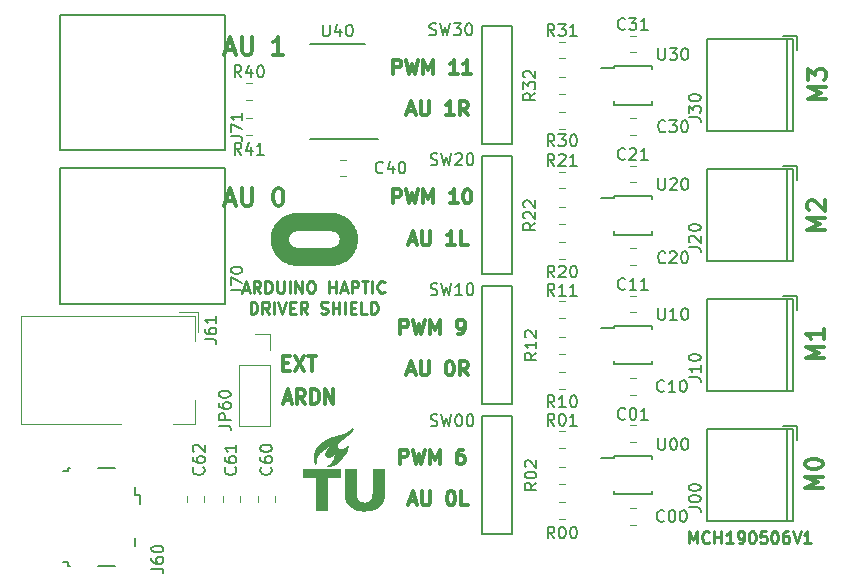
<source format=gbr>
G04 #@! TF.GenerationSoftware,KiCad,Pcbnew,(5.0.1-3-g963ef8bb5)*
G04 #@! TF.CreationDate,2019-05-15T15:03:22+02:00*
G04 #@! TF.ProjectId,HapticDriverShield,48617074696344726976657253686965,rev?*
G04 #@! TF.SameCoordinates,Original*
G04 #@! TF.FileFunction,Legend,Top*
G04 #@! TF.FilePolarity,Positive*
%FSLAX46Y46*%
G04 Gerber Fmt 4.6, Leading zero omitted, Abs format (unit mm)*
G04 Created by KiCad (PCBNEW (5.0.1-3-g963ef8bb5)) date 2019 May 15, Wednesday 15:03:22*
%MOMM*%
%LPD*%
G01*
G04 APERTURE LIST*
%ADD10C,0.250000*%
%ADD11C,0.300000*%
%ADD12C,0.150000*%
%ADD13C,0.120000*%
%ADD14C,0.010000*%
G04 APERTURE END LIST*
D10*
X104000000Y-113791666D02*
X104476190Y-113791666D01*
X103904761Y-114077380D02*
X104238095Y-113077380D01*
X104571428Y-114077380D01*
X105476190Y-114077380D02*
X105142857Y-113601190D01*
X104904761Y-114077380D02*
X104904761Y-113077380D01*
X105285714Y-113077380D01*
X105380952Y-113125000D01*
X105428571Y-113172619D01*
X105476190Y-113267857D01*
X105476190Y-113410714D01*
X105428571Y-113505952D01*
X105380952Y-113553571D01*
X105285714Y-113601190D01*
X104904761Y-113601190D01*
X105904761Y-114077380D02*
X105904761Y-113077380D01*
X106142857Y-113077380D01*
X106285714Y-113125000D01*
X106380952Y-113220238D01*
X106428571Y-113315476D01*
X106476190Y-113505952D01*
X106476190Y-113648809D01*
X106428571Y-113839285D01*
X106380952Y-113934523D01*
X106285714Y-114029761D01*
X106142857Y-114077380D01*
X105904761Y-114077380D01*
X106904761Y-113077380D02*
X106904761Y-113886904D01*
X106952380Y-113982142D01*
X107000000Y-114029761D01*
X107095238Y-114077380D01*
X107285714Y-114077380D01*
X107380952Y-114029761D01*
X107428571Y-113982142D01*
X107476190Y-113886904D01*
X107476190Y-113077380D01*
X107952380Y-114077380D02*
X107952380Y-113077380D01*
X108428571Y-114077380D02*
X108428571Y-113077380D01*
X109000000Y-114077380D01*
X109000000Y-113077380D01*
X109666666Y-113077380D02*
X109857142Y-113077380D01*
X109952380Y-113125000D01*
X110047619Y-113220238D01*
X110095238Y-113410714D01*
X110095238Y-113744047D01*
X110047619Y-113934523D01*
X109952380Y-114029761D01*
X109857142Y-114077380D01*
X109666666Y-114077380D01*
X109571428Y-114029761D01*
X109476190Y-113934523D01*
X109428571Y-113744047D01*
X109428571Y-113410714D01*
X109476190Y-113220238D01*
X109571428Y-113125000D01*
X109666666Y-113077380D01*
X111285714Y-114077380D02*
X111285714Y-113077380D01*
X111285714Y-113553571D02*
X111857142Y-113553571D01*
X111857142Y-114077380D02*
X111857142Y-113077380D01*
X112285714Y-113791666D02*
X112761904Y-113791666D01*
X112190476Y-114077380D02*
X112523809Y-113077380D01*
X112857142Y-114077380D01*
X113190476Y-114077380D02*
X113190476Y-113077380D01*
X113571428Y-113077380D01*
X113666666Y-113125000D01*
X113714285Y-113172619D01*
X113761904Y-113267857D01*
X113761904Y-113410714D01*
X113714285Y-113505952D01*
X113666666Y-113553571D01*
X113571428Y-113601190D01*
X113190476Y-113601190D01*
X114047619Y-113077380D02*
X114619047Y-113077380D01*
X114333333Y-114077380D02*
X114333333Y-113077380D01*
X114952380Y-114077380D02*
X114952380Y-113077380D01*
X116000000Y-113982142D02*
X115952380Y-114029761D01*
X115809523Y-114077380D01*
X115714285Y-114077380D01*
X115571428Y-114029761D01*
X115476190Y-113934523D01*
X115428571Y-113839285D01*
X115380952Y-113648809D01*
X115380952Y-113505952D01*
X115428571Y-113315476D01*
X115476190Y-113220238D01*
X115571428Y-113125000D01*
X115714285Y-113077380D01*
X115809523Y-113077380D01*
X115952380Y-113125000D01*
X116000000Y-113172619D01*
X104642857Y-115827380D02*
X104642857Y-114827380D01*
X104880952Y-114827380D01*
X105023809Y-114875000D01*
X105119047Y-114970238D01*
X105166666Y-115065476D01*
X105214285Y-115255952D01*
X105214285Y-115398809D01*
X105166666Y-115589285D01*
X105119047Y-115684523D01*
X105023809Y-115779761D01*
X104880952Y-115827380D01*
X104642857Y-115827380D01*
X106214285Y-115827380D02*
X105880952Y-115351190D01*
X105642857Y-115827380D02*
X105642857Y-114827380D01*
X106023809Y-114827380D01*
X106119047Y-114875000D01*
X106166666Y-114922619D01*
X106214285Y-115017857D01*
X106214285Y-115160714D01*
X106166666Y-115255952D01*
X106119047Y-115303571D01*
X106023809Y-115351190D01*
X105642857Y-115351190D01*
X106642857Y-115827380D02*
X106642857Y-114827380D01*
X106976190Y-114827380D02*
X107309523Y-115827380D01*
X107642857Y-114827380D01*
X107976190Y-115303571D02*
X108309523Y-115303571D01*
X108452380Y-115827380D02*
X107976190Y-115827380D01*
X107976190Y-114827380D01*
X108452380Y-114827380D01*
X109452380Y-115827380D02*
X109119047Y-115351190D01*
X108880952Y-115827380D02*
X108880952Y-114827380D01*
X109261904Y-114827380D01*
X109357142Y-114875000D01*
X109404761Y-114922619D01*
X109452380Y-115017857D01*
X109452380Y-115160714D01*
X109404761Y-115255952D01*
X109357142Y-115303571D01*
X109261904Y-115351190D01*
X108880952Y-115351190D01*
X110595238Y-115779761D02*
X110738095Y-115827380D01*
X110976190Y-115827380D01*
X111071428Y-115779761D01*
X111119047Y-115732142D01*
X111166666Y-115636904D01*
X111166666Y-115541666D01*
X111119047Y-115446428D01*
X111071428Y-115398809D01*
X110976190Y-115351190D01*
X110785714Y-115303571D01*
X110690476Y-115255952D01*
X110642857Y-115208333D01*
X110595238Y-115113095D01*
X110595238Y-115017857D01*
X110642857Y-114922619D01*
X110690476Y-114875000D01*
X110785714Y-114827380D01*
X111023809Y-114827380D01*
X111166666Y-114875000D01*
X111595238Y-115827380D02*
X111595238Y-114827380D01*
X111595238Y-115303571D02*
X112166666Y-115303571D01*
X112166666Y-115827380D02*
X112166666Y-114827380D01*
X112642857Y-115827380D02*
X112642857Y-114827380D01*
X113119047Y-115303571D02*
X113452380Y-115303571D01*
X113595238Y-115827380D02*
X113119047Y-115827380D01*
X113119047Y-114827380D01*
X113595238Y-114827380D01*
X114500000Y-115827380D02*
X114023809Y-115827380D01*
X114023809Y-114827380D01*
X114833333Y-115827380D02*
X114833333Y-114827380D01*
X115071428Y-114827380D01*
X115214285Y-114875000D01*
X115309523Y-114970238D01*
X115357142Y-115065476D01*
X115404761Y-115255952D01*
X115404761Y-115398809D01*
X115357142Y-115589285D01*
X115309523Y-115684523D01*
X115214285Y-115779761D01*
X115071428Y-115827380D01*
X114833333Y-115827380D01*
X141780952Y-135252380D02*
X141780952Y-134252380D01*
X142114285Y-134966666D01*
X142447619Y-134252380D01*
X142447619Y-135252380D01*
X143495238Y-135157142D02*
X143447619Y-135204761D01*
X143304761Y-135252380D01*
X143209523Y-135252380D01*
X143066666Y-135204761D01*
X142971428Y-135109523D01*
X142923809Y-135014285D01*
X142876190Y-134823809D01*
X142876190Y-134680952D01*
X142923809Y-134490476D01*
X142971428Y-134395238D01*
X143066666Y-134300000D01*
X143209523Y-134252380D01*
X143304761Y-134252380D01*
X143447619Y-134300000D01*
X143495238Y-134347619D01*
X143923809Y-135252380D02*
X143923809Y-134252380D01*
X143923809Y-134728571D02*
X144495238Y-134728571D01*
X144495238Y-135252380D02*
X144495238Y-134252380D01*
X145495238Y-135252380D02*
X144923809Y-135252380D01*
X145209523Y-135252380D02*
X145209523Y-134252380D01*
X145114285Y-134395238D01*
X145019047Y-134490476D01*
X144923809Y-134538095D01*
X145971428Y-135252380D02*
X146161904Y-135252380D01*
X146257142Y-135204761D01*
X146304761Y-135157142D01*
X146400000Y-135014285D01*
X146447619Y-134823809D01*
X146447619Y-134442857D01*
X146400000Y-134347619D01*
X146352380Y-134300000D01*
X146257142Y-134252380D01*
X146066666Y-134252380D01*
X145971428Y-134300000D01*
X145923809Y-134347619D01*
X145876190Y-134442857D01*
X145876190Y-134680952D01*
X145923809Y-134776190D01*
X145971428Y-134823809D01*
X146066666Y-134871428D01*
X146257142Y-134871428D01*
X146352380Y-134823809D01*
X146400000Y-134776190D01*
X146447619Y-134680952D01*
X147066666Y-134252380D02*
X147161904Y-134252380D01*
X147257142Y-134300000D01*
X147304761Y-134347619D01*
X147352380Y-134442857D01*
X147400000Y-134633333D01*
X147400000Y-134871428D01*
X147352380Y-135061904D01*
X147304761Y-135157142D01*
X147257142Y-135204761D01*
X147161904Y-135252380D01*
X147066666Y-135252380D01*
X146971428Y-135204761D01*
X146923809Y-135157142D01*
X146876190Y-135061904D01*
X146828571Y-134871428D01*
X146828571Y-134633333D01*
X146876190Y-134442857D01*
X146923809Y-134347619D01*
X146971428Y-134300000D01*
X147066666Y-134252380D01*
X148304761Y-134252380D02*
X147828571Y-134252380D01*
X147780952Y-134728571D01*
X147828571Y-134680952D01*
X147923809Y-134633333D01*
X148161904Y-134633333D01*
X148257142Y-134680952D01*
X148304761Y-134728571D01*
X148352380Y-134823809D01*
X148352380Y-135061904D01*
X148304761Y-135157142D01*
X148257142Y-135204761D01*
X148161904Y-135252380D01*
X147923809Y-135252380D01*
X147828571Y-135204761D01*
X147780952Y-135157142D01*
X148971428Y-134252380D02*
X149066666Y-134252380D01*
X149161904Y-134300000D01*
X149209523Y-134347619D01*
X149257142Y-134442857D01*
X149304761Y-134633333D01*
X149304761Y-134871428D01*
X149257142Y-135061904D01*
X149209523Y-135157142D01*
X149161904Y-135204761D01*
X149066666Y-135252380D01*
X148971428Y-135252380D01*
X148876190Y-135204761D01*
X148828571Y-135157142D01*
X148780952Y-135061904D01*
X148733333Y-134871428D01*
X148733333Y-134633333D01*
X148780952Y-134442857D01*
X148828571Y-134347619D01*
X148876190Y-134300000D01*
X148971428Y-134252380D01*
X150161904Y-134252380D02*
X149971428Y-134252380D01*
X149876190Y-134300000D01*
X149828571Y-134347619D01*
X149733333Y-134490476D01*
X149685714Y-134680952D01*
X149685714Y-135061904D01*
X149733333Y-135157142D01*
X149780952Y-135204761D01*
X149876190Y-135252380D01*
X150066666Y-135252380D01*
X150161904Y-135204761D01*
X150209523Y-135157142D01*
X150257142Y-135061904D01*
X150257142Y-134823809D01*
X150209523Y-134728571D01*
X150161904Y-134680952D01*
X150066666Y-134633333D01*
X149876190Y-134633333D01*
X149780952Y-134680952D01*
X149733333Y-134728571D01*
X149685714Y-134823809D01*
X150542857Y-134252380D02*
X150876190Y-135252380D01*
X151209523Y-134252380D01*
X152066666Y-135252380D02*
X151495238Y-135252380D01*
X151780952Y-135252380D02*
X151780952Y-134252380D01*
X151685714Y-134395238D01*
X151590476Y-134490476D01*
X151495238Y-134538095D01*
D11*
X153378571Y-97614285D02*
X151878571Y-97614285D01*
X152950000Y-97114285D01*
X151878571Y-96614285D01*
X153378571Y-96614285D01*
X151878571Y-96042857D02*
X151878571Y-95114285D01*
X152450000Y-95614285D01*
X152450000Y-95400000D01*
X152521428Y-95257142D01*
X152592857Y-95185714D01*
X152735714Y-95114285D01*
X153092857Y-95114285D01*
X153235714Y-95185714D01*
X153307142Y-95257142D01*
X153378571Y-95400000D01*
X153378571Y-95828571D01*
X153307142Y-95971428D01*
X153235714Y-96042857D01*
X153278571Y-108714285D02*
X151778571Y-108714285D01*
X152850000Y-108214285D01*
X151778571Y-107714285D01*
X153278571Y-107714285D01*
X151921428Y-107071428D02*
X151850000Y-107000000D01*
X151778571Y-106857142D01*
X151778571Y-106500000D01*
X151850000Y-106357142D01*
X151921428Y-106285714D01*
X152064285Y-106214285D01*
X152207142Y-106214285D01*
X152421428Y-106285714D01*
X153278571Y-107142857D01*
X153278571Y-106214285D01*
X153178571Y-119614285D02*
X151678571Y-119614285D01*
X152750000Y-119114285D01*
X151678571Y-118614285D01*
X153178571Y-118614285D01*
X153178571Y-117114285D02*
X153178571Y-117971428D01*
X153178571Y-117542857D02*
X151678571Y-117542857D01*
X151892857Y-117685714D01*
X152035714Y-117828571D01*
X152107142Y-117971428D01*
X153078571Y-130614285D02*
X151578571Y-130614285D01*
X152650000Y-130114285D01*
X151578571Y-129614285D01*
X153078571Y-129614285D01*
X151578571Y-128614285D02*
X151578571Y-128471428D01*
X151650000Y-128328571D01*
X151721428Y-128257142D01*
X151864285Y-128185714D01*
X152150000Y-128114285D01*
X152507142Y-128114285D01*
X152792857Y-128185714D01*
X152935714Y-128257142D01*
X153007142Y-128328571D01*
X153078571Y-128471428D01*
X153078571Y-128614285D01*
X153007142Y-128757142D01*
X152935714Y-128828571D01*
X152792857Y-128900000D01*
X152507142Y-128971428D01*
X152150000Y-128971428D01*
X151864285Y-128900000D01*
X151721428Y-128828571D01*
X151650000Y-128757142D01*
X151578571Y-128614285D01*
X107485714Y-123100000D02*
X108057142Y-123100000D01*
X107371428Y-123442857D02*
X107771428Y-122242857D01*
X108171428Y-123442857D01*
X109257142Y-123442857D02*
X108857142Y-122871428D01*
X108571428Y-123442857D02*
X108571428Y-122242857D01*
X109028571Y-122242857D01*
X109142857Y-122300000D01*
X109200000Y-122357142D01*
X109257142Y-122471428D01*
X109257142Y-122642857D01*
X109200000Y-122757142D01*
X109142857Y-122814285D01*
X109028571Y-122871428D01*
X108571428Y-122871428D01*
X109771428Y-123442857D02*
X109771428Y-122242857D01*
X110057142Y-122242857D01*
X110228571Y-122300000D01*
X110342857Y-122414285D01*
X110400000Y-122528571D01*
X110457142Y-122757142D01*
X110457142Y-122928571D01*
X110400000Y-123157142D01*
X110342857Y-123271428D01*
X110228571Y-123385714D01*
X110057142Y-123442857D01*
X109771428Y-123442857D01*
X110971428Y-123442857D02*
X110971428Y-122242857D01*
X111657142Y-123442857D01*
X111657142Y-122242857D01*
X107414285Y-120014285D02*
X107814285Y-120014285D01*
X107985714Y-120642857D02*
X107414285Y-120642857D01*
X107414285Y-119442857D01*
X107985714Y-119442857D01*
X108385714Y-119442857D02*
X109185714Y-120642857D01*
X109185714Y-119442857D02*
X108385714Y-120642857D01*
X109471428Y-119442857D02*
X110157142Y-119442857D01*
X109814285Y-120642857D02*
X109814285Y-119442857D01*
X117285714Y-128542857D02*
X117285714Y-127342857D01*
X117742857Y-127342857D01*
X117857142Y-127400000D01*
X117914285Y-127457142D01*
X117971428Y-127571428D01*
X117971428Y-127742857D01*
X117914285Y-127857142D01*
X117857142Y-127914285D01*
X117742857Y-127971428D01*
X117285714Y-127971428D01*
X118371428Y-127342857D02*
X118657142Y-128542857D01*
X118885714Y-127685714D01*
X119114285Y-128542857D01*
X119400000Y-127342857D01*
X119857142Y-128542857D02*
X119857142Y-127342857D01*
X120257142Y-128200000D01*
X120657142Y-127342857D01*
X120657142Y-128542857D01*
X122657142Y-127342857D02*
X122428571Y-127342857D01*
X122314285Y-127400000D01*
X122257142Y-127457142D01*
X122142857Y-127628571D01*
X122085714Y-127857142D01*
X122085714Y-128314285D01*
X122142857Y-128428571D01*
X122200000Y-128485714D01*
X122314285Y-128542857D01*
X122542857Y-128542857D01*
X122657142Y-128485714D01*
X122714285Y-128428571D01*
X122771428Y-128314285D01*
X122771428Y-128028571D01*
X122714285Y-127914285D01*
X122657142Y-127857142D01*
X122542857Y-127800000D01*
X122314285Y-127800000D01*
X122200000Y-127857142D01*
X122142857Y-127914285D01*
X122085714Y-128028571D01*
X117285714Y-117542857D02*
X117285714Y-116342857D01*
X117742857Y-116342857D01*
X117857142Y-116400000D01*
X117914285Y-116457142D01*
X117971428Y-116571428D01*
X117971428Y-116742857D01*
X117914285Y-116857142D01*
X117857142Y-116914285D01*
X117742857Y-116971428D01*
X117285714Y-116971428D01*
X118371428Y-116342857D02*
X118657142Y-117542857D01*
X118885714Y-116685714D01*
X119114285Y-117542857D01*
X119400000Y-116342857D01*
X119857142Y-117542857D02*
X119857142Y-116342857D01*
X120257142Y-117200000D01*
X120657142Y-116342857D01*
X120657142Y-117542857D01*
X122200000Y-117542857D02*
X122428571Y-117542857D01*
X122542857Y-117485714D01*
X122600000Y-117428571D01*
X122714285Y-117257142D01*
X122771428Y-117028571D01*
X122771428Y-116571428D01*
X122714285Y-116457142D01*
X122657142Y-116400000D01*
X122542857Y-116342857D01*
X122314285Y-116342857D01*
X122200000Y-116400000D01*
X122142857Y-116457142D01*
X122085714Y-116571428D01*
X122085714Y-116857142D01*
X122142857Y-116971428D01*
X122200000Y-117028571D01*
X122314285Y-117085714D01*
X122542857Y-117085714D01*
X122657142Y-117028571D01*
X122714285Y-116971428D01*
X122771428Y-116857142D01*
X116714285Y-106492857D02*
X116714285Y-105292857D01*
X117171428Y-105292857D01*
X117285714Y-105350000D01*
X117342857Y-105407142D01*
X117400000Y-105521428D01*
X117400000Y-105692857D01*
X117342857Y-105807142D01*
X117285714Y-105864285D01*
X117171428Y-105921428D01*
X116714285Y-105921428D01*
X117800000Y-105292857D02*
X118085714Y-106492857D01*
X118314285Y-105635714D01*
X118542857Y-106492857D01*
X118828571Y-105292857D01*
X119285714Y-106492857D02*
X119285714Y-105292857D01*
X119685714Y-106150000D01*
X120085714Y-105292857D01*
X120085714Y-106492857D01*
X122200000Y-106492857D02*
X121514285Y-106492857D01*
X121857142Y-106492857D02*
X121857142Y-105292857D01*
X121742857Y-105464285D01*
X121628571Y-105578571D01*
X121514285Y-105635714D01*
X122942857Y-105292857D02*
X123057142Y-105292857D01*
X123171428Y-105350000D01*
X123228571Y-105407142D01*
X123285714Y-105521428D01*
X123342857Y-105750000D01*
X123342857Y-106035714D01*
X123285714Y-106264285D01*
X123228571Y-106378571D01*
X123171428Y-106435714D01*
X123057142Y-106492857D01*
X122942857Y-106492857D01*
X122828571Y-106435714D01*
X122771428Y-106378571D01*
X122714285Y-106264285D01*
X122657142Y-106035714D01*
X122657142Y-105750000D01*
X122714285Y-105521428D01*
X122771428Y-105407142D01*
X122828571Y-105350000D01*
X122942857Y-105292857D01*
X118071428Y-131700000D02*
X118642857Y-131700000D01*
X117957142Y-132042857D02*
X118357142Y-130842857D01*
X118757142Y-132042857D01*
X119157142Y-130842857D02*
X119157142Y-131814285D01*
X119214285Y-131928571D01*
X119271428Y-131985714D01*
X119385714Y-132042857D01*
X119614285Y-132042857D01*
X119728571Y-131985714D01*
X119785714Y-131928571D01*
X119842857Y-131814285D01*
X119842857Y-130842857D01*
X121557142Y-130842857D02*
X121671428Y-130842857D01*
X121785714Y-130900000D01*
X121842857Y-130957142D01*
X121900000Y-131071428D01*
X121957142Y-131300000D01*
X121957142Y-131585714D01*
X121900000Y-131814285D01*
X121842857Y-131928571D01*
X121785714Y-131985714D01*
X121671428Y-132042857D01*
X121557142Y-132042857D01*
X121442857Y-131985714D01*
X121385714Y-131928571D01*
X121328571Y-131814285D01*
X121271428Y-131585714D01*
X121271428Y-131300000D01*
X121328571Y-131071428D01*
X121385714Y-130957142D01*
X121442857Y-130900000D01*
X121557142Y-130842857D01*
X123042857Y-132042857D02*
X122471428Y-132042857D01*
X122471428Y-130842857D01*
X117957142Y-120700000D02*
X118528571Y-120700000D01*
X117842857Y-121042857D02*
X118242857Y-119842857D01*
X118642857Y-121042857D01*
X119042857Y-119842857D02*
X119042857Y-120814285D01*
X119100000Y-120928571D01*
X119157142Y-120985714D01*
X119271428Y-121042857D01*
X119500000Y-121042857D01*
X119614285Y-120985714D01*
X119671428Y-120928571D01*
X119728571Y-120814285D01*
X119728571Y-119842857D01*
X121442857Y-119842857D02*
X121557142Y-119842857D01*
X121671428Y-119900000D01*
X121728571Y-119957142D01*
X121785714Y-120071428D01*
X121842857Y-120300000D01*
X121842857Y-120585714D01*
X121785714Y-120814285D01*
X121728571Y-120928571D01*
X121671428Y-120985714D01*
X121557142Y-121042857D01*
X121442857Y-121042857D01*
X121328571Y-120985714D01*
X121271428Y-120928571D01*
X121214285Y-120814285D01*
X121157142Y-120585714D01*
X121157142Y-120300000D01*
X121214285Y-120071428D01*
X121271428Y-119957142D01*
X121328571Y-119900000D01*
X121442857Y-119842857D01*
X123042857Y-121042857D02*
X122642857Y-120471428D01*
X122357142Y-121042857D02*
X122357142Y-119842857D01*
X122814285Y-119842857D01*
X122928571Y-119900000D01*
X122985714Y-119957142D01*
X123042857Y-120071428D01*
X123042857Y-120242857D01*
X122985714Y-120357142D01*
X122928571Y-120414285D01*
X122814285Y-120471428D01*
X122357142Y-120471428D01*
X118071428Y-109700000D02*
X118642857Y-109700000D01*
X117957142Y-110042857D02*
X118357142Y-108842857D01*
X118757142Y-110042857D01*
X119157142Y-108842857D02*
X119157142Y-109814285D01*
X119214285Y-109928571D01*
X119271428Y-109985714D01*
X119385714Y-110042857D01*
X119614285Y-110042857D01*
X119728571Y-109985714D01*
X119785714Y-109928571D01*
X119842857Y-109814285D01*
X119842857Y-108842857D01*
X121957142Y-110042857D02*
X121271428Y-110042857D01*
X121614285Y-110042857D02*
X121614285Y-108842857D01*
X121500000Y-109014285D01*
X121385714Y-109128571D01*
X121271428Y-109185714D01*
X123042857Y-110042857D02*
X122471428Y-110042857D01*
X122471428Y-108842857D01*
X102571428Y-93475000D02*
X103285714Y-93475000D01*
X102428571Y-93903571D02*
X102928571Y-92403571D01*
X103428571Y-93903571D01*
X103928571Y-92403571D02*
X103928571Y-93617857D01*
X104000000Y-93760714D01*
X104071428Y-93832142D01*
X104214285Y-93903571D01*
X104500000Y-93903571D01*
X104642857Y-93832142D01*
X104714285Y-93760714D01*
X104785714Y-93617857D01*
X104785714Y-92403571D01*
X107428571Y-93903571D02*
X106571428Y-93903571D01*
X107000000Y-93903571D02*
X107000000Y-92403571D01*
X106857142Y-92617857D01*
X106714285Y-92760714D01*
X106571428Y-92832142D01*
X102571428Y-106250000D02*
X103285714Y-106250000D01*
X102428571Y-106678571D02*
X102928571Y-105178571D01*
X103428571Y-106678571D01*
X103928571Y-105178571D02*
X103928571Y-106392857D01*
X104000000Y-106535714D01*
X104071428Y-106607142D01*
X104214285Y-106678571D01*
X104500000Y-106678571D01*
X104642857Y-106607142D01*
X104714285Y-106535714D01*
X104785714Y-106392857D01*
X104785714Y-105178571D01*
X106928571Y-105178571D02*
X107071428Y-105178571D01*
X107214285Y-105250000D01*
X107285714Y-105321428D01*
X107357142Y-105464285D01*
X107428571Y-105750000D01*
X107428571Y-106107142D01*
X107357142Y-106392857D01*
X107285714Y-106535714D01*
X107214285Y-106607142D01*
X107071428Y-106678571D01*
X106928571Y-106678571D01*
X106785714Y-106607142D01*
X106714285Y-106535714D01*
X106642857Y-106392857D01*
X106571428Y-106107142D01*
X106571428Y-105750000D01*
X106642857Y-105464285D01*
X106714285Y-105321428D01*
X106785714Y-105250000D01*
X106928571Y-105178571D01*
X116714285Y-95542857D02*
X116714285Y-94342857D01*
X117171428Y-94342857D01*
X117285714Y-94400000D01*
X117342857Y-94457142D01*
X117400000Y-94571428D01*
X117400000Y-94742857D01*
X117342857Y-94857142D01*
X117285714Y-94914285D01*
X117171428Y-94971428D01*
X116714285Y-94971428D01*
X117800000Y-94342857D02*
X118085714Y-95542857D01*
X118314285Y-94685714D01*
X118542857Y-95542857D01*
X118828571Y-94342857D01*
X119285714Y-95542857D02*
X119285714Y-94342857D01*
X119685714Y-95200000D01*
X120085714Y-94342857D01*
X120085714Y-95542857D01*
X122200000Y-95542857D02*
X121514285Y-95542857D01*
X121857142Y-95542857D02*
X121857142Y-94342857D01*
X121742857Y-94514285D01*
X121628571Y-94628571D01*
X121514285Y-94685714D01*
X123342857Y-95542857D02*
X122657142Y-95542857D01*
X123000000Y-95542857D02*
X123000000Y-94342857D01*
X122885714Y-94514285D01*
X122771428Y-94628571D01*
X122657142Y-94685714D01*
X117957142Y-98700000D02*
X118528571Y-98700000D01*
X117842857Y-99042857D02*
X118242857Y-97842857D01*
X118642857Y-99042857D01*
X119042857Y-97842857D02*
X119042857Y-98814285D01*
X119100000Y-98928571D01*
X119157142Y-98985714D01*
X119271428Y-99042857D01*
X119500000Y-99042857D01*
X119614285Y-98985714D01*
X119671428Y-98928571D01*
X119728571Y-98814285D01*
X119728571Y-97842857D01*
X121842857Y-99042857D02*
X121157142Y-99042857D01*
X121500000Y-99042857D02*
X121500000Y-97842857D01*
X121385714Y-98014285D01*
X121271428Y-98128571D01*
X121157142Y-98185714D01*
X123042857Y-99042857D02*
X122642857Y-98471428D01*
X122357142Y-99042857D02*
X122357142Y-97842857D01*
X122814285Y-97842857D01*
X122928571Y-97900000D01*
X122985714Y-97957142D01*
X123042857Y-98071428D01*
X123042857Y-98242857D01*
X122985714Y-98357142D01*
X122928571Y-98414285D01*
X122814285Y-98471428D01*
X122357142Y-98471428D01*
D12*
G04 #@! TO.C,J71*
X88500000Y-102000000D02*
X88500000Y-96000000D01*
X102500000Y-102000000D02*
X88500000Y-102000000D01*
X102500000Y-90500000D02*
X102500000Y-102000000D01*
X88500000Y-90500000D02*
X102500000Y-90500000D01*
X88500000Y-96000000D02*
X88500000Y-90500000D01*
G04 #@! TO.C,J70*
X88500000Y-115000000D02*
X88500000Y-109000000D01*
X102500000Y-115000000D02*
X88500000Y-115000000D01*
X102500000Y-103500000D02*
X102500000Y-115000000D01*
X88500000Y-103500000D02*
X102500000Y-103500000D01*
X88500000Y-109000000D02*
X88500000Y-103500000D01*
D13*
G04 #@! TO.C,C00*
X136741422Y-133710000D02*
X137258578Y-133710000D01*
X136741422Y-132290000D02*
X137258578Y-132290000D01*
G04 #@! TO.C,C01*
X136741422Y-125290000D02*
X137258578Y-125290000D01*
X136741422Y-126710000D02*
X137258578Y-126710000D01*
G04 #@! TO.C,C10*
X136741422Y-121290000D02*
X137258578Y-121290000D01*
X136741422Y-122710000D02*
X137258578Y-122710000D01*
G04 #@! TO.C,C11*
X136741422Y-114290000D02*
X137258578Y-114290000D01*
X136741422Y-115710000D02*
X137258578Y-115710000D01*
G04 #@! TO.C,C20*
X136741422Y-110290000D02*
X137258578Y-110290000D01*
X136741422Y-111710000D02*
X137258578Y-111710000D01*
G04 #@! TO.C,C21*
X136741422Y-103290000D02*
X137258578Y-103290000D01*
X136741422Y-104710000D02*
X137258578Y-104710000D01*
G04 #@! TO.C,C30*
X136741422Y-100710000D02*
X137258578Y-100710000D01*
X136741422Y-99290000D02*
X137258578Y-99290000D01*
G04 #@! TO.C,C31*
X136741422Y-93710000D02*
X137258578Y-93710000D01*
X136741422Y-92290000D02*
X137258578Y-92290000D01*
G04 #@! TO.C,C60*
X106710000Y-131758578D02*
X106710000Y-131241422D01*
X105290000Y-131758578D02*
X105290000Y-131241422D01*
G04 #@! TO.C,C61*
X102290000Y-131758578D02*
X102290000Y-131241422D01*
X103710000Y-131758578D02*
X103710000Y-131241422D01*
G04 #@! TO.C,C62*
X100710000Y-131758578D02*
X100710000Y-131241422D01*
X99290000Y-131758578D02*
X99290000Y-131241422D01*
D12*
G04 #@! TO.C,J00*
X147000000Y-133400000D02*
X150600000Y-133400000D01*
X150600000Y-133400000D02*
X150600000Y-125600000D01*
X150600000Y-125600000D02*
X147000000Y-125600000D01*
X147000000Y-125600000D02*
X143300000Y-125600000D01*
X143300000Y-125600000D02*
X143300000Y-133400000D01*
X143300000Y-133400000D02*
X147000000Y-133400000D01*
X150100000Y-133400000D02*
X150100000Y-125600000D01*
X150900000Y-126500000D02*
X150900000Y-125300000D01*
X150900000Y-125300000D02*
X149700000Y-125300000D01*
G04 #@! TO.C,J10*
X150900000Y-114300000D02*
X149700000Y-114300000D01*
X150900000Y-115500000D02*
X150900000Y-114300000D01*
X150100000Y-122400000D02*
X150100000Y-114600000D01*
X143300000Y-122400000D02*
X147000000Y-122400000D01*
X143300000Y-114600000D02*
X143300000Y-122400000D01*
X147000000Y-114600000D02*
X143300000Y-114600000D01*
X150600000Y-114600000D02*
X147000000Y-114600000D01*
X150600000Y-122400000D02*
X150600000Y-114600000D01*
X147000000Y-122400000D02*
X150600000Y-122400000D01*
G04 #@! TO.C,J20*
X150900000Y-103300000D02*
X149700000Y-103300000D01*
X150900000Y-104500000D02*
X150900000Y-103300000D01*
X150100000Y-111400000D02*
X150100000Y-103600000D01*
X143300000Y-111400000D02*
X147000000Y-111400000D01*
X143300000Y-103600000D02*
X143300000Y-111400000D01*
X147000000Y-103600000D02*
X143300000Y-103600000D01*
X150600000Y-103600000D02*
X147000000Y-103600000D01*
X150600000Y-111400000D02*
X150600000Y-103600000D01*
X147000000Y-111400000D02*
X150600000Y-111400000D01*
G04 #@! TO.C,J30*
X147000000Y-100400000D02*
X150600000Y-100400000D01*
X150600000Y-100400000D02*
X150600000Y-92600000D01*
X150600000Y-92600000D02*
X147000000Y-92600000D01*
X147000000Y-92600000D02*
X143300000Y-92600000D01*
X143300000Y-92600000D02*
X143300000Y-100400000D01*
X143300000Y-100400000D02*
X147000000Y-100400000D01*
X150100000Y-100400000D02*
X150100000Y-92600000D01*
X150900000Y-93500000D02*
X150900000Y-92300000D01*
X150900000Y-92300000D02*
X149700000Y-92300000D01*
G04 #@! TO.C,J60*
X93150000Y-128850000D02*
X91750000Y-128850000D01*
X89350000Y-128850000D02*
X89200000Y-128850000D01*
X89200000Y-128850000D02*
X89200000Y-129150000D01*
X89200000Y-129150000D02*
X88750000Y-129150000D01*
X88750000Y-136850000D02*
X89200000Y-136850000D01*
X89200000Y-136850000D02*
X89200000Y-137150000D01*
X89200000Y-137150000D02*
X89350000Y-137150000D01*
X91750000Y-137150000D02*
X93150000Y-137150000D01*
X95325000Y-131925000D02*
X95325000Y-131200000D01*
X95325000Y-131200000D02*
X94900000Y-131200000D01*
X94900000Y-131200000D02*
X94900000Y-130475000D01*
X94900000Y-134800000D02*
X94900000Y-135525000D01*
D13*
G04 #@! TO.C,J61*
X93700000Y-125200000D02*
X85200000Y-125200000D01*
X85200000Y-125200000D02*
X85200000Y-116000000D01*
X85200000Y-116000000D02*
X99900000Y-116000000D01*
X99900000Y-123100000D02*
X99900000Y-125200000D01*
X99900000Y-125200000D02*
X98100000Y-125200000D01*
X100200000Y-117400000D02*
X100200000Y-115700000D01*
X100200000Y-115700000D02*
X98600000Y-115700000D01*
X99900000Y-116000000D02*
X99900000Y-118100000D01*
G04 #@! TO.C,R00*
X130741422Y-131790000D02*
X131258578Y-131790000D01*
X130741422Y-133210000D02*
X131258578Y-133210000D01*
G04 #@! TO.C,R01*
X130741422Y-125790000D02*
X131258578Y-125790000D01*
X130741422Y-127210000D02*
X131258578Y-127210000D01*
G04 #@! TO.C,R02*
X130741422Y-130210000D02*
X131258578Y-130210000D01*
X130741422Y-128790000D02*
X131258578Y-128790000D01*
G04 #@! TO.C,R10*
X130741422Y-120790000D02*
X131258578Y-120790000D01*
X130741422Y-122210000D02*
X131258578Y-122210000D01*
G04 #@! TO.C,R11*
X130741422Y-114790000D02*
X131258578Y-114790000D01*
X130741422Y-116210000D02*
X131258578Y-116210000D01*
G04 #@! TO.C,R12*
X130741422Y-119210000D02*
X131258578Y-119210000D01*
X130741422Y-117790000D02*
X131258578Y-117790000D01*
G04 #@! TO.C,R20*
X130741422Y-111210000D02*
X131258578Y-111210000D01*
X130741422Y-109790000D02*
X131258578Y-109790000D01*
G04 #@! TO.C,R21*
X130741422Y-105210000D02*
X131258578Y-105210000D01*
X130741422Y-103790000D02*
X131258578Y-103790000D01*
G04 #@! TO.C,R22*
X130741422Y-106790000D02*
X131258578Y-106790000D01*
X130741422Y-108210000D02*
X131258578Y-108210000D01*
G04 #@! TO.C,R30*
X130741422Y-100210000D02*
X131258578Y-100210000D01*
X130741422Y-98790000D02*
X131258578Y-98790000D01*
G04 #@! TO.C,R31*
X130741422Y-94210000D02*
X131258578Y-94210000D01*
X130741422Y-92790000D02*
X131258578Y-92790000D01*
G04 #@! TO.C,R32*
X130741422Y-95790000D02*
X131258578Y-95790000D01*
X130741422Y-97210000D02*
X131258578Y-97210000D01*
G04 #@! TO.C,R40*
X104241422Y-96290000D02*
X104758578Y-96290000D01*
X104241422Y-97710000D02*
X104758578Y-97710000D01*
G04 #@! TO.C,R41*
X104241422Y-100710000D02*
X104758578Y-100710000D01*
X104241422Y-99290000D02*
X104758578Y-99290000D01*
D12*
G04 #@! TO.C,U00*
X135375000Y-128050000D02*
X134300000Y-128050000D01*
X135375000Y-131125000D02*
X138625000Y-131125000D01*
X135375000Y-127875000D02*
X138625000Y-127875000D01*
X135375000Y-131125000D02*
X135375000Y-130850000D01*
X138625000Y-131125000D02*
X138625000Y-130850000D01*
X138625000Y-127875000D02*
X138625000Y-128150000D01*
X135375000Y-127875000D02*
X135375000Y-128050000D01*
G04 #@! TO.C,U10*
X135375000Y-116875000D02*
X135375000Y-117050000D01*
X138625000Y-116875000D02*
X138625000Y-117150000D01*
X138625000Y-120125000D02*
X138625000Y-119850000D01*
X135375000Y-120125000D02*
X135375000Y-119850000D01*
X135375000Y-116875000D02*
X138625000Y-116875000D01*
X135375000Y-120125000D02*
X138625000Y-120125000D01*
X135375000Y-117050000D02*
X134300000Y-117050000D01*
G04 #@! TO.C,U20*
X135375000Y-105875000D02*
X135375000Y-106050000D01*
X138625000Y-105875000D02*
X138625000Y-106150000D01*
X138625000Y-109125000D02*
X138625000Y-108850000D01*
X135375000Y-109125000D02*
X135375000Y-108850000D01*
X135375000Y-105875000D02*
X138625000Y-105875000D01*
X135375000Y-109125000D02*
X138625000Y-109125000D01*
X135375000Y-106050000D02*
X134300000Y-106050000D01*
G04 #@! TO.C,U30*
X135375000Y-95050000D02*
X134300000Y-95050000D01*
X135375000Y-98125000D02*
X138625000Y-98125000D01*
X135375000Y-94875000D02*
X138625000Y-94875000D01*
X135375000Y-98125000D02*
X135375000Y-97850000D01*
X138625000Y-98125000D02*
X138625000Y-97850000D01*
X138625000Y-94875000D02*
X138625000Y-95150000D01*
X135375000Y-94875000D02*
X135375000Y-95050000D01*
G04 #@! TO.C,U40*
X109675000Y-101025000D02*
X109675000Y-101000000D01*
X109675000Y-92975000D02*
X109675000Y-93000000D01*
X114325000Y-92975000D02*
X114325000Y-93000000D01*
X115400000Y-101075000D02*
X109675000Y-101075000D01*
X114325000Y-92975000D02*
X109675000Y-92975000D01*
G04 #@! TO.C,SW00*
X124250000Y-134500000D02*
X124250000Y-124500000D01*
X124250000Y-124500000D02*
X126750000Y-124500000D01*
X126750000Y-124500000D02*
X126750000Y-134500000D01*
X126750000Y-134500000D02*
X124250000Y-134500000D01*
G04 #@! TO.C,SW10*
X126750000Y-123500000D02*
X124250000Y-123500000D01*
X126750000Y-113500000D02*
X126750000Y-123500000D01*
X124250000Y-113500000D02*
X126750000Y-113500000D01*
X124250000Y-123500000D02*
X124250000Y-113500000D01*
G04 #@! TO.C,SW20*
X124250000Y-112500000D02*
X124250000Y-102500000D01*
X124250000Y-102500000D02*
X126750000Y-102500000D01*
X126750000Y-102500000D02*
X126750000Y-112500000D01*
X126750000Y-112500000D02*
X124250000Y-112500000D01*
G04 #@! TO.C,SW30*
X126750000Y-101500000D02*
X124250000Y-101500000D01*
X126750000Y-91500000D02*
X126750000Y-101500000D01*
X124250000Y-91500000D02*
X126750000Y-91500000D01*
X124250000Y-101500000D02*
X124250000Y-91500000D01*
D13*
G04 #@! TO.C,C40*
X112241422Y-102790000D02*
X112758578Y-102790000D01*
X112241422Y-104210000D02*
X112758578Y-104210000D01*
G04 #@! TO.C,JP60*
X103670000Y-120170000D02*
X106330000Y-120170000D01*
X103670000Y-120170000D02*
X103670000Y-125310000D01*
X103670000Y-125310000D02*
X106330000Y-125310000D01*
X106330000Y-120170000D02*
X106330000Y-125310000D01*
X106330000Y-117570000D02*
X106330000Y-118900000D01*
X105000000Y-117570000D02*
X106330000Y-117570000D01*
D14*
G04 #@! TO.C,G\002A\002A\002A*
G36*
X113259136Y-125515523D02*
X113271315Y-125537895D01*
X113275427Y-125568488D01*
X113274207Y-125583700D01*
X113257814Y-125655989D01*
X113229418Y-125724991D01*
X113187809Y-125792807D01*
X113131781Y-125861538D01*
X113089375Y-125905433D01*
X113059467Y-125934119D01*
X113028603Y-125962201D01*
X112995198Y-125990909D01*
X112957665Y-126021468D01*
X112914421Y-126055107D01*
X112863878Y-126093053D01*
X112804453Y-126136533D01*
X112734560Y-126186774D01*
X112652613Y-126245004D01*
X112631319Y-126260061D01*
X112527325Y-126334266D01*
X112436583Y-126400663D01*
X112357895Y-126460271D01*
X112290062Y-126514107D01*
X112231884Y-126563192D01*
X112182164Y-126608542D01*
X112139703Y-126651178D01*
X112103302Y-126692116D01*
X112071763Y-126732377D01*
X112065877Y-126740515D01*
X112027961Y-126798388D01*
X112001804Y-126850614D01*
X111985621Y-126901715D01*
X111977633Y-126956215D01*
X111976956Y-126966243D01*
X111978649Y-127047882D01*
X111993340Y-127119507D01*
X112020484Y-127180496D01*
X112059539Y-127230224D01*
X112109961Y-127268067D01*
X112171207Y-127293401D01*
X112242733Y-127305602D01*
X112273383Y-127306666D01*
X112362041Y-127298526D01*
X112453932Y-127274379D01*
X112548149Y-127234641D01*
X112643788Y-127179727D01*
X112739941Y-127110051D01*
X112784772Y-127072567D01*
X112822417Y-127041811D01*
X112851204Y-127023324D01*
X112871333Y-127017517D01*
X112883004Y-127024807D01*
X112886416Y-127045608D01*
X112881769Y-127080333D01*
X112869262Y-127129397D01*
X112849095Y-127193214D01*
X112846525Y-127200833D01*
X112784789Y-127362024D01*
X112709650Y-127522345D01*
X112622503Y-127679983D01*
X112524740Y-127833127D01*
X112417754Y-127979966D01*
X112302941Y-128118689D01*
X112181692Y-128247482D01*
X112055402Y-128364536D01*
X111925463Y-128468039D01*
X111813440Y-128543851D01*
X111693329Y-128610663D01*
X111567870Y-128665778D01*
X111441027Y-128707614D01*
X111349434Y-128728936D01*
X111295625Y-128737937D01*
X111242424Y-128744704D01*
X111193178Y-128749004D01*
X111151235Y-128750601D01*
X111119942Y-128749262D01*
X111105117Y-128746044D01*
X111087881Y-128734994D01*
X111085122Y-128721892D01*
X111097275Y-128706291D01*
X111124776Y-128687744D01*
X111168064Y-128665806D01*
X111195644Y-128653477D01*
X111240448Y-128631733D01*
X111287192Y-128605233D01*
X111327916Y-128578566D01*
X111336305Y-128572349D01*
X111415433Y-128504620D01*
X111490414Y-128426785D01*
X111558130Y-128342676D01*
X111615463Y-128256123D01*
X111654904Y-128180862D01*
X111680050Y-128119300D01*
X111704605Y-128047968D01*
X111727661Y-127970588D01*
X111748310Y-127890881D01*
X111765643Y-127812568D01*
X111778751Y-127739369D01*
X111786727Y-127675005D01*
X111788801Y-127632502D01*
X111788367Y-127600000D01*
X111786473Y-127580938D01*
X111782228Y-127571829D01*
X111774742Y-127569191D01*
X111772608Y-127569133D01*
X111760648Y-127575025D01*
X111744775Y-127593580D01*
X111723930Y-127626114D01*
X111716442Y-127638983D01*
X111686642Y-127683800D01*
X111646990Y-127733101D01*
X111601196Y-127783061D01*
X111552970Y-127829859D01*
X111506024Y-127869672D01*
X111464722Y-127898293D01*
X111387246Y-127937394D01*
X111313244Y-127961772D01*
X111243693Y-127971285D01*
X111179572Y-127965791D01*
X111126640Y-127947568D01*
X111077559Y-127914482D01*
X111036646Y-127869177D01*
X111005431Y-127815013D01*
X110985443Y-127755349D01*
X110978212Y-127693544D01*
X110984606Y-127635684D01*
X110992607Y-127605867D01*
X111002841Y-127576400D01*
X111016461Y-127545127D01*
X111034620Y-127509894D01*
X111058469Y-127468547D01*
X111089162Y-127418931D01*
X111127852Y-127358891D01*
X111153898Y-127319219D01*
X111189094Y-127264917D01*
X111223435Y-127210212D01*
X111255029Y-127158249D01*
X111281982Y-127112172D01*
X111302402Y-127075128D01*
X111310505Y-127059021D01*
X111331819Y-127009866D01*
X111350964Y-126957982D01*
X111366630Y-126907645D01*
X111377507Y-126863132D01*
X111382288Y-126828721D01*
X111382401Y-126824123D01*
X111380173Y-126802498D01*
X111373090Y-126793364D01*
X111360550Y-126797178D01*
X111341954Y-126814396D01*
X111316700Y-126845473D01*
X111284188Y-126890866D01*
X111273136Y-126907038D01*
X111210940Y-126989949D01*
X111136623Y-127072622D01*
X111048908Y-127156335D01*
X110946515Y-127242364D01*
X110904034Y-127275512D01*
X110852920Y-127314679D01*
X110794630Y-127359359D01*
X110735404Y-127404767D01*
X110681485Y-127446117D01*
X110667109Y-127457145D01*
X110595892Y-127514325D01*
X110526295Y-127574994D01*
X110460889Y-127636633D01*
X110402245Y-127696725D01*
X110352935Y-127752750D01*
X110316992Y-127800041D01*
X110272665Y-127869418D01*
X110237560Y-127935722D01*
X110210674Y-128002369D01*
X110191003Y-128072771D01*
X110177543Y-128150343D01*
X110169292Y-128238501D01*
X110165902Y-128314200D01*
X110163236Y-128384680D01*
X110159649Y-128439681D01*
X110154884Y-128480645D01*
X110148682Y-128509014D01*
X110140786Y-128526228D01*
X110130938Y-128533729D01*
X110126497Y-128534333D01*
X110114174Y-128527531D01*
X110101247Y-128506736D01*
X110087521Y-128471362D01*
X110072800Y-128420826D01*
X110056887Y-128354544D01*
X110041263Y-128280333D01*
X110015416Y-128117238D01*
X110004812Y-127961120D01*
X110009591Y-127811301D01*
X110029895Y-127667102D01*
X110065862Y-127527844D01*
X110117632Y-127392848D01*
X110185347Y-127261437D01*
X110269145Y-127132930D01*
X110281445Y-127116108D01*
X110374966Y-127002084D01*
X110484248Y-126890878D01*
X110608248Y-126783234D01*
X110745919Y-126679898D01*
X110896218Y-126581613D01*
X111058101Y-126489123D01*
X111230522Y-126403173D01*
X111365467Y-126343725D01*
X111411302Y-126325099D01*
X111457681Y-126307356D01*
X111506392Y-126289952D01*
X111559223Y-126272342D01*
X111617960Y-126253983D01*
X111684392Y-126234329D01*
X111760306Y-126212836D01*
X111847489Y-126188961D01*
X111947729Y-126162160D01*
X112051267Y-126134907D01*
X112123038Y-126115919D01*
X112194957Y-126096524D01*
X112263974Y-126077570D01*
X112327035Y-126059908D01*
X112381090Y-126044387D01*
X112423086Y-126031857D01*
X112436500Y-126027656D01*
X112585104Y-125976059D01*
X112718706Y-125920952D01*
X112839038Y-125861437D01*
X112947830Y-125796614D01*
X113046813Y-125725582D01*
X113096900Y-125684234D01*
X113131591Y-125652815D01*
X113156451Y-125626188D01*
X113175503Y-125599405D01*
X113192768Y-125567518D01*
X113194267Y-125564443D01*
X113210716Y-125532551D01*
X113223219Y-125513935D01*
X113233795Y-125506024D01*
X113240622Y-125505409D01*
X113259136Y-125515523D01*
X113259136Y-125515523D01*
G37*
X113259136Y-125515523D02*
X113271315Y-125537895D01*
X113275427Y-125568488D01*
X113274207Y-125583700D01*
X113257814Y-125655989D01*
X113229418Y-125724991D01*
X113187809Y-125792807D01*
X113131781Y-125861538D01*
X113089375Y-125905433D01*
X113059467Y-125934119D01*
X113028603Y-125962201D01*
X112995198Y-125990909D01*
X112957665Y-126021468D01*
X112914421Y-126055107D01*
X112863878Y-126093053D01*
X112804453Y-126136533D01*
X112734560Y-126186774D01*
X112652613Y-126245004D01*
X112631319Y-126260061D01*
X112527325Y-126334266D01*
X112436583Y-126400663D01*
X112357895Y-126460271D01*
X112290062Y-126514107D01*
X112231884Y-126563192D01*
X112182164Y-126608542D01*
X112139703Y-126651178D01*
X112103302Y-126692116D01*
X112071763Y-126732377D01*
X112065877Y-126740515D01*
X112027961Y-126798388D01*
X112001804Y-126850614D01*
X111985621Y-126901715D01*
X111977633Y-126956215D01*
X111976956Y-126966243D01*
X111978649Y-127047882D01*
X111993340Y-127119507D01*
X112020484Y-127180496D01*
X112059539Y-127230224D01*
X112109961Y-127268067D01*
X112171207Y-127293401D01*
X112242733Y-127305602D01*
X112273383Y-127306666D01*
X112362041Y-127298526D01*
X112453932Y-127274379D01*
X112548149Y-127234641D01*
X112643788Y-127179727D01*
X112739941Y-127110051D01*
X112784772Y-127072567D01*
X112822417Y-127041811D01*
X112851204Y-127023324D01*
X112871333Y-127017517D01*
X112883004Y-127024807D01*
X112886416Y-127045608D01*
X112881769Y-127080333D01*
X112869262Y-127129397D01*
X112849095Y-127193214D01*
X112846525Y-127200833D01*
X112784789Y-127362024D01*
X112709650Y-127522345D01*
X112622503Y-127679983D01*
X112524740Y-127833127D01*
X112417754Y-127979966D01*
X112302941Y-128118689D01*
X112181692Y-128247482D01*
X112055402Y-128364536D01*
X111925463Y-128468039D01*
X111813440Y-128543851D01*
X111693329Y-128610663D01*
X111567870Y-128665778D01*
X111441027Y-128707614D01*
X111349434Y-128728936D01*
X111295625Y-128737937D01*
X111242424Y-128744704D01*
X111193178Y-128749004D01*
X111151235Y-128750601D01*
X111119942Y-128749262D01*
X111105117Y-128746044D01*
X111087881Y-128734994D01*
X111085122Y-128721892D01*
X111097275Y-128706291D01*
X111124776Y-128687744D01*
X111168064Y-128665806D01*
X111195644Y-128653477D01*
X111240448Y-128631733D01*
X111287192Y-128605233D01*
X111327916Y-128578566D01*
X111336305Y-128572349D01*
X111415433Y-128504620D01*
X111490414Y-128426785D01*
X111558130Y-128342676D01*
X111615463Y-128256123D01*
X111654904Y-128180862D01*
X111680050Y-128119300D01*
X111704605Y-128047968D01*
X111727661Y-127970588D01*
X111748310Y-127890881D01*
X111765643Y-127812568D01*
X111778751Y-127739369D01*
X111786727Y-127675005D01*
X111788801Y-127632502D01*
X111788367Y-127600000D01*
X111786473Y-127580938D01*
X111782228Y-127571829D01*
X111774742Y-127569191D01*
X111772608Y-127569133D01*
X111760648Y-127575025D01*
X111744775Y-127593580D01*
X111723930Y-127626114D01*
X111716442Y-127638983D01*
X111686642Y-127683800D01*
X111646990Y-127733101D01*
X111601196Y-127783061D01*
X111552970Y-127829859D01*
X111506024Y-127869672D01*
X111464722Y-127898293D01*
X111387246Y-127937394D01*
X111313244Y-127961772D01*
X111243693Y-127971285D01*
X111179572Y-127965791D01*
X111126640Y-127947568D01*
X111077559Y-127914482D01*
X111036646Y-127869177D01*
X111005431Y-127815013D01*
X110985443Y-127755349D01*
X110978212Y-127693544D01*
X110984606Y-127635684D01*
X110992607Y-127605867D01*
X111002841Y-127576400D01*
X111016461Y-127545127D01*
X111034620Y-127509894D01*
X111058469Y-127468547D01*
X111089162Y-127418931D01*
X111127852Y-127358891D01*
X111153898Y-127319219D01*
X111189094Y-127264917D01*
X111223435Y-127210212D01*
X111255029Y-127158249D01*
X111281982Y-127112172D01*
X111302402Y-127075128D01*
X111310505Y-127059021D01*
X111331819Y-127009866D01*
X111350964Y-126957982D01*
X111366630Y-126907645D01*
X111377507Y-126863132D01*
X111382288Y-126828721D01*
X111382401Y-126824123D01*
X111380173Y-126802498D01*
X111373090Y-126793364D01*
X111360550Y-126797178D01*
X111341954Y-126814396D01*
X111316700Y-126845473D01*
X111284188Y-126890866D01*
X111273136Y-126907038D01*
X111210940Y-126989949D01*
X111136623Y-127072622D01*
X111048908Y-127156335D01*
X110946515Y-127242364D01*
X110904034Y-127275512D01*
X110852920Y-127314679D01*
X110794630Y-127359359D01*
X110735404Y-127404767D01*
X110681485Y-127446117D01*
X110667109Y-127457145D01*
X110595892Y-127514325D01*
X110526295Y-127574994D01*
X110460889Y-127636633D01*
X110402245Y-127696725D01*
X110352935Y-127752750D01*
X110316992Y-127800041D01*
X110272665Y-127869418D01*
X110237560Y-127935722D01*
X110210674Y-128002369D01*
X110191003Y-128072771D01*
X110177543Y-128150343D01*
X110169292Y-128238501D01*
X110165902Y-128314200D01*
X110163236Y-128384680D01*
X110159649Y-128439681D01*
X110154884Y-128480645D01*
X110148682Y-128509014D01*
X110140786Y-128526228D01*
X110130938Y-128533729D01*
X110126497Y-128534333D01*
X110114174Y-128527531D01*
X110101247Y-128506736D01*
X110087521Y-128471362D01*
X110072800Y-128420826D01*
X110056887Y-128354544D01*
X110041263Y-128280333D01*
X110015416Y-128117238D01*
X110004812Y-127961120D01*
X110009591Y-127811301D01*
X110029895Y-127667102D01*
X110065862Y-127527844D01*
X110117632Y-127392848D01*
X110185347Y-127261437D01*
X110269145Y-127132930D01*
X110281445Y-127116108D01*
X110374966Y-127002084D01*
X110484248Y-126890878D01*
X110608248Y-126783234D01*
X110745919Y-126679898D01*
X110896218Y-126581613D01*
X111058101Y-126489123D01*
X111230522Y-126403173D01*
X111365467Y-126343725D01*
X111411302Y-126325099D01*
X111457681Y-126307356D01*
X111506392Y-126289952D01*
X111559223Y-126272342D01*
X111617960Y-126253983D01*
X111684392Y-126234329D01*
X111760306Y-126212836D01*
X111847489Y-126188961D01*
X111947729Y-126162160D01*
X112051267Y-126134907D01*
X112123038Y-126115919D01*
X112194957Y-126096524D01*
X112263974Y-126077570D01*
X112327035Y-126059908D01*
X112381090Y-126044387D01*
X112423086Y-126031857D01*
X112436500Y-126027656D01*
X112585104Y-125976059D01*
X112718706Y-125920952D01*
X112839038Y-125861437D01*
X112947830Y-125796614D01*
X113046813Y-125725582D01*
X113096900Y-125684234D01*
X113131591Y-125652815D01*
X113156451Y-125626188D01*
X113175503Y-125599405D01*
X113192768Y-125567518D01*
X113194267Y-125564443D01*
X113210716Y-125532551D01*
X113223219Y-125513935D01*
X113233795Y-125506024D01*
X113240622Y-125505409D01*
X113259136Y-125515523D01*
G36*
X112178267Y-129635000D02*
X111103000Y-129635000D01*
X111103000Y-132429000D01*
X110146267Y-132429000D01*
X110146267Y-129635000D01*
X109071001Y-129635000D01*
X109071001Y-128966133D01*
X112178267Y-128966133D01*
X112178267Y-129635000D01*
X112178267Y-129635000D01*
G37*
X112178267Y-129635000D02*
X111103000Y-129635000D01*
X111103000Y-132429000D01*
X110146267Y-132429000D01*
X110146267Y-129635000D01*
X109071001Y-129635000D01*
X109071001Y-128966133D01*
X112178267Y-128966133D01*
X112178267Y-129635000D01*
G36*
X113585673Y-130107017D02*
X113588137Y-131247900D01*
X113610762Y-131330111D01*
X113647084Y-131434658D01*
X113695179Y-131527705D01*
X113754670Y-131608788D01*
X113825181Y-131677442D01*
X113906336Y-131733201D01*
X113957568Y-131759195D01*
X114012323Y-131781287D01*
X114066296Y-131797225D01*
X114124350Y-131808013D01*
X114191348Y-131814653D01*
X114238179Y-131817076D01*
X114321426Y-131818138D01*
X114393219Y-131813909D01*
X114458378Y-131803779D01*
X114521720Y-131787137D01*
X114550286Y-131777585D01*
X114622163Y-131747788D01*
X114684695Y-131711481D01*
X114743675Y-131664969D01*
X114777891Y-131632512D01*
X114841298Y-131557670D01*
X114891968Y-131472530D01*
X114930116Y-131376612D01*
X114955957Y-131269434D01*
X114963496Y-131218489D01*
X114964915Y-131197998D01*
X114966218Y-131160914D01*
X114967400Y-131107577D01*
X114968461Y-131038327D01*
X114969397Y-130953504D01*
X114970206Y-130853447D01*
X114970886Y-130738497D01*
X114971432Y-130608993D01*
X114971844Y-130465276D01*
X114972119Y-130307686D01*
X114972253Y-130136561D01*
X114972267Y-130056439D01*
X114972267Y-128966133D01*
X115929000Y-128966133D01*
X115928845Y-130119717D01*
X115928821Y-130288502D01*
X115928774Y-130441274D01*
X115928674Y-130578953D01*
X115928493Y-130702458D01*
X115928200Y-130812709D01*
X115927764Y-130910626D01*
X115927156Y-130997128D01*
X115926346Y-131073137D01*
X115925303Y-131139570D01*
X115923998Y-131197350D01*
X115922401Y-131247394D01*
X115920482Y-131290623D01*
X115918210Y-131327958D01*
X115915555Y-131360317D01*
X115912489Y-131388620D01*
X115908979Y-131413788D01*
X115904998Y-131436741D01*
X115900513Y-131458397D01*
X115895497Y-131479678D01*
X115889917Y-131501502D01*
X115883745Y-131524791D01*
X115882875Y-131528057D01*
X115838515Y-131663648D01*
X115780257Y-131789713D01*
X115708311Y-131906095D01*
X115622885Y-132012638D01*
X115524188Y-132109184D01*
X115412429Y-132195576D01*
X115287816Y-132271656D01*
X115150559Y-132337268D01*
X115000866Y-132392254D01*
X114838946Y-132436457D01*
X114665008Y-132469720D01*
X114624743Y-132475610D01*
X114590021Y-132479317D01*
X114542532Y-132482823D01*
X114485514Y-132486031D01*
X114422204Y-132488846D01*
X114355838Y-132491169D01*
X114289653Y-132492904D01*
X114226887Y-132493955D01*
X114170775Y-132494225D01*
X114124556Y-132493616D01*
X114091465Y-132492033D01*
X114087501Y-132491672D01*
X114012359Y-132483856D01*
X113950070Y-132476697D01*
X113896593Y-132469643D01*
X113847890Y-132462144D01*
X113799923Y-132453650D01*
X113778467Y-132449545D01*
X113613594Y-132410592D01*
X113460390Y-132360412D01*
X113319139Y-132299242D01*
X113190126Y-132227319D01*
X113073637Y-132144880D01*
X112969955Y-132052162D01*
X112879367Y-131949401D01*
X112802156Y-131836835D01*
X112738608Y-131714700D01*
X112689008Y-131583233D01*
X112673931Y-131531085D01*
X112667529Y-131507060D01*
X112661739Y-131484851D01*
X112656529Y-131463536D01*
X112651870Y-131442193D01*
X112647730Y-131419900D01*
X112644078Y-131395734D01*
X112640885Y-131368773D01*
X112638118Y-131338094D01*
X112635749Y-131302777D01*
X112633744Y-131261897D01*
X112632075Y-131214534D01*
X112630711Y-131159765D01*
X112629620Y-131096667D01*
X112628771Y-131024318D01*
X112628135Y-130941797D01*
X112627680Y-130848180D01*
X112627376Y-130742546D01*
X112627192Y-130623973D01*
X112627097Y-130491537D01*
X112627061Y-130344318D01*
X112627052Y-130181392D01*
X112627050Y-130123950D01*
X112627000Y-128966133D01*
X113583209Y-128966133D01*
X113585673Y-130107017D01*
X113585673Y-130107017D01*
G37*
X113585673Y-130107017D02*
X113588137Y-131247900D01*
X113610762Y-131330111D01*
X113647084Y-131434658D01*
X113695179Y-131527705D01*
X113754670Y-131608788D01*
X113825181Y-131677442D01*
X113906336Y-131733201D01*
X113957568Y-131759195D01*
X114012323Y-131781287D01*
X114066296Y-131797225D01*
X114124350Y-131808013D01*
X114191348Y-131814653D01*
X114238179Y-131817076D01*
X114321426Y-131818138D01*
X114393219Y-131813909D01*
X114458378Y-131803779D01*
X114521720Y-131787137D01*
X114550286Y-131777585D01*
X114622163Y-131747788D01*
X114684695Y-131711481D01*
X114743675Y-131664969D01*
X114777891Y-131632512D01*
X114841298Y-131557670D01*
X114891968Y-131472530D01*
X114930116Y-131376612D01*
X114955957Y-131269434D01*
X114963496Y-131218489D01*
X114964915Y-131197998D01*
X114966218Y-131160914D01*
X114967400Y-131107577D01*
X114968461Y-131038327D01*
X114969397Y-130953504D01*
X114970206Y-130853447D01*
X114970886Y-130738497D01*
X114971432Y-130608993D01*
X114971844Y-130465276D01*
X114972119Y-130307686D01*
X114972253Y-130136561D01*
X114972267Y-130056439D01*
X114972267Y-128966133D01*
X115929000Y-128966133D01*
X115928845Y-130119717D01*
X115928821Y-130288502D01*
X115928774Y-130441274D01*
X115928674Y-130578953D01*
X115928493Y-130702458D01*
X115928200Y-130812709D01*
X115927764Y-130910626D01*
X115927156Y-130997128D01*
X115926346Y-131073137D01*
X115925303Y-131139570D01*
X115923998Y-131197350D01*
X115922401Y-131247394D01*
X115920482Y-131290623D01*
X115918210Y-131327958D01*
X115915555Y-131360317D01*
X115912489Y-131388620D01*
X115908979Y-131413788D01*
X115904998Y-131436741D01*
X115900513Y-131458397D01*
X115895497Y-131479678D01*
X115889917Y-131501502D01*
X115883745Y-131524791D01*
X115882875Y-131528057D01*
X115838515Y-131663648D01*
X115780257Y-131789713D01*
X115708311Y-131906095D01*
X115622885Y-132012638D01*
X115524188Y-132109184D01*
X115412429Y-132195576D01*
X115287816Y-132271656D01*
X115150559Y-132337268D01*
X115000866Y-132392254D01*
X114838946Y-132436457D01*
X114665008Y-132469720D01*
X114624743Y-132475610D01*
X114590021Y-132479317D01*
X114542532Y-132482823D01*
X114485514Y-132486031D01*
X114422204Y-132488846D01*
X114355838Y-132491169D01*
X114289653Y-132492904D01*
X114226887Y-132493955D01*
X114170775Y-132494225D01*
X114124556Y-132493616D01*
X114091465Y-132492033D01*
X114087501Y-132491672D01*
X114012359Y-132483856D01*
X113950070Y-132476697D01*
X113896593Y-132469643D01*
X113847890Y-132462144D01*
X113799923Y-132453650D01*
X113778467Y-132449545D01*
X113613594Y-132410592D01*
X113460390Y-132360412D01*
X113319139Y-132299242D01*
X113190126Y-132227319D01*
X113073637Y-132144880D01*
X112969955Y-132052162D01*
X112879367Y-131949401D01*
X112802156Y-131836835D01*
X112738608Y-131714700D01*
X112689008Y-131583233D01*
X112673931Y-131531085D01*
X112667529Y-131507060D01*
X112661739Y-131484851D01*
X112656529Y-131463536D01*
X112651870Y-131442193D01*
X112647730Y-131419900D01*
X112644078Y-131395734D01*
X112640885Y-131368773D01*
X112638118Y-131338094D01*
X112635749Y-131302777D01*
X112633744Y-131261897D01*
X112632075Y-131214534D01*
X112630711Y-131159765D01*
X112629620Y-131096667D01*
X112628771Y-131024318D01*
X112628135Y-130941797D01*
X112627680Y-130848180D01*
X112627376Y-130742546D01*
X112627192Y-130623973D01*
X112627097Y-130491537D01*
X112627061Y-130344318D01*
X112627052Y-130181392D01*
X112627050Y-130123950D01*
X112627000Y-128966133D01*
X113583209Y-128966133D01*
X113585673Y-130107017D01*
G36*
X110141066Y-107294371D02*
X110239098Y-107294408D01*
X110336181Y-107294463D01*
X110431924Y-107294537D01*
X110525933Y-107294631D01*
X110617816Y-107294743D01*
X110707182Y-107294875D01*
X110793638Y-107295025D01*
X110876791Y-107295195D01*
X110956249Y-107295383D01*
X111031620Y-107295591D01*
X111102512Y-107295817D01*
X111168532Y-107296063D01*
X111229288Y-107296327D01*
X111284388Y-107296611D01*
X111333439Y-107296913D01*
X111376050Y-107297234D01*
X111411827Y-107297575D01*
X111440378Y-107297934D01*
X111461312Y-107298313D01*
X111474235Y-107298710D01*
X111475317Y-107298764D01*
X111608225Y-107308443D01*
X111735010Y-107323103D01*
X111856545Y-107342959D01*
X111973705Y-107368228D01*
X112087367Y-107399127D01*
X112198404Y-107435872D01*
X112307692Y-107478679D01*
X112416106Y-107527766D01*
X112432050Y-107535538D01*
X112545312Y-107595058D01*
X112652399Y-107659322D01*
X112754342Y-107729077D01*
X112852169Y-107805068D01*
X112946911Y-107888041D01*
X113029176Y-107968064D01*
X113111329Y-108055904D01*
X113186186Y-108144852D01*
X113254758Y-108236337D01*
X113318054Y-108331784D01*
X113377087Y-108432620D01*
X113429145Y-108532684D01*
X113485278Y-108655489D01*
X113533179Y-108779359D01*
X113573007Y-108904874D01*
X113604920Y-109032613D01*
X113629077Y-109163156D01*
X113645637Y-109297084D01*
X113648888Y-109334688D01*
X113650578Y-109362692D01*
X113651853Y-109397202D01*
X113652711Y-109436345D01*
X113653152Y-109478250D01*
X113653174Y-109521043D01*
X113652776Y-109562852D01*
X113651957Y-109601805D01*
X113650717Y-109636030D01*
X113649071Y-109663427D01*
X113634109Y-109800838D01*
X113611076Y-109935742D01*
X113580034Y-110067988D01*
X113541044Y-110197425D01*
X113494169Y-110323902D01*
X113439469Y-110447268D01*
X113377006Y-110567372D01*
X113306841Y-110684063D01*
X113229037Y-110797190D01*
X113143654Y-110906602D01*
X113140918Y-110909896D01*
X113118572Y-110935696D01*
X113091179Y-110965651D01*
X113060104Y-110998394D01*
X113026715Y-111032558D01*
X112992378Y-111066776D01*
X112958462Y-111099681D01*
X112926332Y-111129906D01*
X112897356Y-111156084D01*
X112878901Y-111171919D01*
X112769553Y-111257847D01*
X112657461Y-111335822D01*
X112542328Y-111405995D01*
X112423858Y-111468521D01*
X112301753Y-111523549D01*
X112175716Y-111571234D01*
X112045449Y-111611726D01*
X111993900Y-111625483D01*
X111902240Y-111646843D01*
X111808360Y-111664638D01*
X111710964Y-111679047D01*
X111608756Y-111690250D01*
X111500440Y-111698427D01*
X111447800Y-111701241D01*
X111435968Y-111701592D01*
X111416066Y-111701926D01*
X111388492Y-111702241D01*
X111353640Y-111702539D01*
X111311907Y-111702819D01*
X111263689Y-111703081D01*
X111209382Y-111703326D01*
X111149383Y-111703553D01*
X111084086Y-111703763D01*
X111013888Y-111703955D01*
X110939185Y-111704129D01*
X110860374Y-111704286D01*
X110777849Y-111704426D01*
X110692008Y-111704548D01*
X110603246Y-111704653D01*
X110511960Y-111704741D01*
X110418544Y-111704812D01*
X110323397Y-111704865D01*
X110226912Y-111704902D01*
X110129487Y-111704921D01*
X110031517Y-111704924D01*
X109933399Y-111704909D01*
X109835528Y-111704878D01*
X109738301Y-111704830D01*
X109642114Y-111704765D01*
X109547362Y-111704683D01*
X109454442Y-111704585D01*
X109363750Y-111704470D01*
X109275681Y-111704339D01*
X109190632Y-111704191D01*
X109108999Y-111704026D01*
X109031178Y-111703845D01*
X108957564Y-111703648D01*
X108888555Y-111703434D01*
X108824546Y-111703205D01*
X108765932Y-111702958D01*
X108713111Y-111702696D01*
X108666477Y-111702418D01*
X108626428Y-111702123D01*
X108593359Y-111701813D01*
X108567666Y-111701486D01*
X108549745Y-111701144D01*
X108541617Y-111700875D01*
X108394384Y-111690384D01*
X108252045Y-111673064D01*
X108114376Y-111648833D01*
X107981152Y-111617607D01*
X107852148Y-111579301D01*
X107727139Y-111533833D01*
X107605902Y-111481117D01*
X107488211Y-111421072D01*
X107373841Y-111353611D01*
X107262569Y-111278653D01*
X107154169Y-111196113D01*
X107125567Y-111172684D01*
X107101820Y-111152108D01*
X107073791Y-111126457D01*
X107042775Y-111097026D01*
X107010064Y-111065112D01*
X106976954Y-111032012D01*
X106944738Y-110999021D01*
X106914710Y-110967435D01*
X106888163Y-110938552D01*
X106866392Y-110913667D01*
X106863157Y-110909804D01*
X106790286Y-110817958D01*
X106724458Y-110726038D01*
X106664448Y-110632147D01*
X106609030Y-110534389D01*
X106566448Y-110450619D01*
X106513596Y-110332952D01*
X106468189Y-110213249D01*
X106430031Y-110090814D01*
X106398924Y-109964950D01*
X106374674Y-109834964D01*
X106358538Y-109713784D01*
X106356564Y-109689837D01*
X106355000Y-109658829D01*
X106353841Y-109622156D01*
X106353078Y-109581215D01*
X106352705Y-109537399D01*
X106352716Y-109492106D01*
X106352814Y-109480580D01*
X107824890Y-109480580D01*
X107826210Y-109550253D01*
X107834434Y-109619735D01*
X107849649Y-109688511D01*
X107871944Y-109756069D01*
X107901405Y-109821893D01*
X107938121Y-109885472D01*
X107982178Y-109946291D01*
X108033664Y-110003838D01*
X108042721Y-110012828D01*
X108099955Y-110063598D01*
X108160758Y-110107472D01*
X108225546Y-110144628D01*
X108294734Y-110175242D01*
X108368738Y-110199491D01*
X108447973Y-110217551D01*
X108532855Y-110229599D01*
X108558550Y-110231990D01*
X108566015Y-110232258D01*
X108581626Y-110232516D01*
X108605062Y-110232764D01*
X108636001Y-110233002D01*
X108674122Y-110233229D01*
X108719105Y-110233445D01*
X108770628Y-110233648D01*
X108828371Y-110233838D01*
X108892011Y-110234014D01*
X108961228Y-110234176D01*
X109035702Y-110234324D01*
X109115110Y-110234456D01*
X109199132Y-110234572D01*
X109287447Y-110234671D01*
X109379734Y-110234753D01*
X109475671Y-110234817D01*
X109574938Y-110234863D01*
X109677214Y-110234889D01*
X109782177Y-110234896D01*
X109889506Y-110234882D01*
X109998881Y-110234847D01*
X110027516Y-110234835D01*
X110158597Y-110234772D01*
X110281483Y-110234708D01*
X110396449Y-110234641D01*
X110503767Y-110234570D01*
X110603710Y-110234493D01*
X110696552Y-110234409D01*
X110782564Y-110234316D01*
X110862021Y-110234213D01*
X110935195Y-110234099D01*
X111002358Y-110233971D01*
X111063785Y-110233830D01*
X111119748Y-110233672D01*
X111170520Y-110233497D01*
X111216374Y-110233303D01*
X111257582Y-110233089D01*
X111294419Y-110232853D01*
X111327156Y-110232594D01*
X111356068Y-110232311D01*
X111381426Y-110232001D01*
X111403503Y-110231664D01*
X111422574Y-110231298D01*
X111438910Y-110230902D01*
X111452785Y-110230473D01*
X111464471Y-110230012D01*
X111474243Y-110229516D01*
X111482371Y-110228983D01*
X111489130Y-110228413D01*
X111494793Y-110227804D01*
X111499632Y-110227154D01*
X111500606Y-110227007D01*
X111555451Y-110217678D01*
X111603781Y-110207443D01*
X111647541Y-110195730D01*
X111688678Y-110181966D01*
X111729135Y-110165580D01*
X111763183Y-110149778D01*
X111834570Y-110110644D01*
X111899556Y-110065970D01*
X111958148Y-110015747D01*
X112010356Y-109959969D01*
X112056188Y-109898626D01*
X112095652Y-109831711D01*
X112101809Y-109819617D01*
X112133813Y-109746561D01*
X112157376Y-109672870D01*
X112172502Y-109598494D01*
X112179197Y-109523383D01*
X112177464Y-109447488D01*
X112167311Y-109370760D01*
X112152808Y-109307570D01*
X112128861Y-109235457D01*
X112097509Y-109166954D01*
X112059191Y-109102475D01*
X112014341Y-109042438D01*
X111963398Y-108987256D01*
X111906799Y-108937347D01*
X111844980Y-108893124D01*
X111778378Y-108855004D01*
X111707429Y-108823403D01*
X111632572Y-108798735D01*
X111612232Y-108793437D01*
X111575422Y-108785088D01*
X111538625Y-108778326D01*
X111500049Y-108772928D01*
X111457900Y-108768669D01*
X111410386Y-108765325D01*
X111371792Y-108763356D01*
X111358776Y-108762969D01*
X111337724Y-108762602D01*
X111309046Y-108762255D01*
X111273154Y-108761927D01*
X111230459Y-108761619D01*
X111181374Y-108761330D01*
X111126308Y-108761060D01*
X111065674Y-108760810D01*
X110999883Y-108760579D01*
X110929346Y-108760368D01*
X110854475Y-108760176D01*
X110775681Y-108760003D01*
X110693375Y-108759850D01*
X110607969Y-108759716D01*
X110519875Y-108759602D01*
X110429503Y-108759507D01*
X110337265Y-108759431D01*
X110243573Y-108759374D01*
X110148837Y-108759337D01*
X110053469Y-108759319D01*
X109957881Y-108759321D01*
X109862484Y-108759341D01*
X109767689Y-108759381D01*
X109673908Y-108759440D01*
X109581552Y-108759519D01*
X109491032Y-108759616D01*
X109402760Y-108759733D01*
X109317147Y-108759869D01*
X109234605Y-108760024D01*
X109155545Y-108760199D01*
X109080378Y-108760392D01*
X109009516Y-108760605D01*
X108943370Y-108760837D01*
X108882352Y-108761088D01*
X108826872Y-108761358D01*
X108777343Y-108761647D01*
X108734176Y-108761956D01*
X108697781Y-108762283D01*
X108668571Y-108762630D01*
X108646956Y-108762996D01*
X108633349Y-108763380D01*
X108632300Y-108763427D01*
X108564439Y-108767571D01*
X108503633Y-108773473D01*
X108448605Y-108781410D01*
X108398072Y-108791661D01*
X108350756Y-108804502D01*
X108305376Y-108820213D01*
X108260652Y-108839070D01*
X108241050Y-108848339D01*
X108172194Y-108886237D01*
X108109280Y-108929592D01*
X108052396Y-108977889D01*
X108001629Y-109030615D01*
X107957067Y-109087256D01*
X107918797Y-109147300D01*
X107886906Y-109210232D01*
X107861483Y-109275540D01*
X107842614Y-109342709D01*
X107830388Y-109411227D01*
X107824890Y-109480580D01*
X106352814Y-109480580D01*
X106353103Y-109446731D01*
X106353860Y-109402670D01*
X106354980Y-109361318D01*
X106356456Y-109324071D01*
X106358281Y-109292325D01*
X106360448Y-109267475D01*
X106360728Y-109265050D01*
X106381217Y-109126037D01*
X106409094Y-108991104D01*
X106444415Y-108860098D01*
X106487237Y-108732868D01*
X106537615Y-108609258D01*
X106595606Y-108489117D01*
X106661266Y-108372291D01*
X106723845Y-108274450D01*
X106802682Y-108165143D01*
X106887459Y-108061530D01*
X106978519Y-107963251D01*
X107076199Y-107869942D01*
X107180840Y-107781241D01*
X107201222Y-107765124D01*
X107227189Y-107745544D01*
X107258678Y-107722963D01*
X107293871Y-107698594D01*
X107330949Y-107673650D01*
X107368090Y-107649344D01*
X107403476Y-107626890D01*
X107435287Y-107607501D01*
X107453400Y-107596995D01*
X107565243Y-107537709D01*
X107678648Y-107485309D01*
X107794244Y-107439621D01*
X107912657Y-107400472D01*
X108034516Y-107367686D01*
X108160448Y-107341089D01*
X108291081Y-107320506D01*
X108427043Y-107305764D01*
X108526800Y-107298767D01*
X108538375Y-107298367D01*
X108558024Y-107297986D01*
X108585356Y-107297624D01*
X108619977Y-107297281D01*
X108661496Y-107296957D01*
X108709520Y-107296652D01*
X108763656Y-107296366D01*
X108823514Y-107296099D01*
X108888699Y-107295851D01*
X108958820Y-107295622D01*
X109033485Y-107295412D01*
X109112301Y-107295220D01*
X109194876Y-107295048D01*
X109280818Y-107294895D01*
X109369734Y-107294761D01*
X109461233Y-107294646D01*
X109554921Y-107294549D01*
X109650406Y-107294472D01*
X109747297Y-107294415D01*
X109845201Y-107294375D01*
X109943725Y-107294355D01*
X110042477Y-107294354D01*
X110141066Y-107294371D01*
X110141066Y-107294371D01*
G37*
X110141066Y-107294371D02*
X110239098Y-107294408D01*
X110336181Y-107294463D01*
X110431924Y-107294537D01*
X110525933Y-107294631D01*
X110617816Y-107294743D01*
X110707182Y-107294875D01*
X110793638Y-107295025D01*
X110876791Y-107295195D01*
X110956249Y-107295383D01*
X111031620Y-107295591D01*
X111102512Y-107295817D01*
X111168532Y-107296063D01*
X111229288Y-107296327D01*
X111284388Y-107296611D01*
X111333439Y-107296913D01*
X111376050Y-107297234D01*
X111411827Y-107297575D01*
X111440378Y-107297934D01*
X111461312Y-107298313D01*
X111474235Y-107298710D01*
X111475317Y-107298764D01*
X111608225Y-107308443D01*
X111735010Y-107323103D01*
X111856545Y-107342959D01*
X111973705Y-107368228D01*
X112087367Y-107399127D01*
X112198404Y-107435872D01*
X112307692Y-107478679D01*
X112416106Y-107527766D01*
X112432050Y-107535538D01*
X112545312Y-107595058D01*
X112652399Y-107659322D01*
X112754342Y-107729077D01*
X112852169Y-107805068D01*
X112946911Y-107888041D01*
X113029176Y-107968064D01*
X113111329Y-108055904D01*
X113186186Y-108144852D01*
X113254758Y-108236337D01*
X113318054Y-108331784D01*
X113377087Y-108432620D01*
X113429145Y-108532684D01*
X113485278Y-108655489D01*
X113533179Y-108779359D01*
X113573007Y-108904874D01*
X113604920Y-109032613D01*
X113629077Y-109163156D01*
X113645637Y-109297084D01*
X113648888Y-109334688D01*
X113650578Y-109362692D01*
X113651853Y-109397202D01*
X113652711Y-109436345D01*
X113653152Y-109478250D01*
X113653174Y-109521043D01*
X113652776Y-109562852D01*
X113651957Y-109601805D01*
X113650717Y-109636030D01*
X113649071Y-109663427D01*
X113634109Y-109800838D01*
X113611076Y-109935742D01*
X113580034Y-110067988D01*
X113541044Y-110197425D01*
X113494169Y-110323902D01*
X113439469Y-110447268D01*
X113377006Y-110567372D01*
X113306841Y-110684063D01*
X113229037Y-110797190D01*
X113143654Y-110906602D01*
X113140918Y-110909896D01*
X113118572Y-110935696D01*
X113091179Y-110965651D01*
X113060104Y-110998394D01*
X113026715Y-111032558D01*
X112992378Y-111066776D01*
X112958462Y-111099681D01*
X112926332Y-111129906D01*
X112897356Y-111156084D01*
X112878901Y-111171919D01*
X112769553Y-111257847D01*
X112657461Y-111335822D01*
X112542328Y-111405995D01*
X112423858Y-111468521D01*
X112301753Y-111523549D01*
X112175716Y-111571234D01*
X112045449Y-111611726D01*
X111993900Y-111625483D01*
X111902240Y-111646843D01*
X111808360Y-111664638D01*
X111710964Y-111679047D01*
X111608756Y-111690250D01*
X111500440Y-111698427D01*
X111447800Y-111701241D01*
X111435968Y-111701592D01*
X111416066Y-111701926D01*
X111388492Y-111702241D01*
X111353640Y-111702539D01*
X111311907Y-111702819D01*
X111263689Y-111703081D01*
X111209382Y-111703326D01*
X111149383Y-111703553D01*
X111084086Y-111703763D01*
X111013888Y-111703955D01*
X110939185Y-111704129D01*
X110860374Y-111704286D01*
X110777849Y-111704426D01*
X110692008Y-111704548D01*
X110603246Y-111704653D01*
X110511960Y-111704741D01*
X110418544Y-111704812D01*
X110323397Y-111704865D01*
X110226912Y-111704902D01*
X110129487Y-111704921D01*
X110031517Y-111704924D01*
X109933399Y-111704909D01*
X109835528Y-111704878D01*
X109738301Y-111704830D01*
X109642114Y-111704765D01*
X109547362Y-111704683D01*
X109454442Y-111704585D01*
X109363750Y-111704470D01*
X109275681Y-111704339D01*
X109190632Y-111704191D01*
X109108999Y-111704026D01*
X109031178Y-111703845D01*
X108957564Y-111703648D01*
X108888555Y-111703434D01*
X108824546Y-111703205D01*
X108765932Y-111702958D01*
X108713111Y-111702696D01*
X108666477Y-111702418D01*
X108626428Y-111702123D01*
X108593359Y-111701813D01*
X108567666Y-111701486D01*
X108549745Y-111701144D01*
X108541617Y-111700875D01*
X108394384Y-111690384D01*
X108252045Y-111673064D01*
X108114376Y-111648833D01*
X107981152Y-111617607D01*
X107852148Y-111579301D01*
X107727139Y-111533833D01*
X107605902Y-111481117D01*
X107488211Y-111421072D01*
X107373841Y-111353611D01*
X107262569Y-111278653D01*
X107154169Y-111196113D01*
X107125567Y-111172684D01*
X107101820Y-111152108D01*
X107073791Y-111126457D01*
X107042775Y-111097026D01*
X107010064Y-111065112D01*
X106976954Y-111032012D01*
X106944738Y-110999021D01*
X106914710Y-110967435D01*
X106888163Y-110938552D01*
X106866392Y-110913667D01*
X106863157Y-110909804D01*
X106790286Y-110817958D01*
X106724458Y-110726038D01*
X106664448Y-110632147D01*
X106609030Y-110534389D01*
X106566448Y-110450619D01*
X106513596Y-110332952D01*
X106468189Y-110213249D01*
X106430031Y-110090814D01*
X106398924Y-109964950D01*
X106374674Y-109834964D01*
X106358538Y-109713784D01*
X106356564Y-109689837D01*
X106355000Y-109658829D01*
X106353841Y-109622156D01*
X106353078Y-109581215D01*
X106352705Y-109537399D01*
X106352716Y-109492106D01*
X106352814Y-109480580D01*
X107824890Y-109480580D01*
X107826210Y-109550253D01*
X107834434Y-109619735D01*
X107849649Y-109688511D01*
X107871944Y-109756069D01*
X107901405Y-109821893D01*
X107938121Y-109885472D01*
X107982178Y-109946291D01*
X108033664Y-110003838D01*
X108042721Y-110012828D01*
X108099955Y-110063598D01*
X108160758Y-110107472D01*
X108225546Y-110144628D01*
X108294734Y-110175242D01*
X108368738Y-110199491D01*
X108447973Y-110217551D01*
X108532855Y-110229599D01*
X108558550Y-110231990D01*
X108566015Y-110232258D01*
X108581626Y-110232516D01*
X108605062Y-110232764D01*
X108636001Y-110233002D01*
X108674122Y-110233229D01*
X108719105Y-110233445D01*
X108770628Y-110233648D01*
X108828371Y-110233838D01*
X108892011Y-110234014D01*
X108961228Y-110234176D01*
X109035702Y-110234324D01*
X109115110Y-110234456D01*
X109199132Y-110234572D01*
X109287447Y-110234671D01*
X109379734Y-110234753D01*
X109475671Y-110234817D01*
X109574938Y-110234863D01*
X109677214Y-110234889D01*
X109782177Y-110234896D01*
X109889506Y-110234882D01*
X109998881Y-110234847D01*
X110027516Y-110234835D01*
X110158597Y-110234772D01*
X110281483Y-110234708D01*
X110396449Y-110234641D01*
X110503767Y-110234570D01*
X110603710Y-110234493D01*
X110696552Y-110234409D01*
X110782564Y-110234316D01*
X110862021Y-110234213D01*
X110935195Y-110234099D01*
X111002358Y-110233971D01*
X111063785Y-110233830D01*
X111119748Y-110233672D01*
X111170520Y-110233497D01*
X111216374Y-110233303D01*
X111257582Y-110233089D01*
X111294419Y-110232853D01*
X111327156Y-110232594D01*
X111356068Y-110232311D01*
X111381426Y-110232001D01*
X111403503Y-110231664D01*
X111422574Y-110231298D01*
X111438910Y-110230902D01*
X111452785Y-110230473D01*
X111464471Y-110230012D01*
X111474243Y-110229516D01*
X111482371Y-110228983D01*
X111489130Y-110228413D01*
X111494793Y-110227804D01*
X111499632Y-110227154D01*
X111500606Y-110227007D01*
X111555451Y-110217678D01*
X111603781Y-110207443D01*
X111647541Y-110195730D01*
X111688678Y-110181966D01*
X111729135Y-110165580D01*
X111763183Y-110149778D01*
X111834570Y-110110644D01*
X111899556Y-110065970D01*
X111958148Y-110015747D01*
X112010356Y-109959969D01*
X112056188Y-109898626D01*
X112095652Y-109831711D01*
X112101809Y-109819617D01*
X112133813Y-109746561D01*
X112157376Y-109672870D01*
X112172502Y-109598494D01*
X112179197Y-109523383D01*
X112177464Y-109447488D01*
X112167311Y-109370760D01*
X112152808Y-109307570D01*
X112128861Y-109235457D01*
X112097509Y-109166954D01*
X112059191Y-109102475D01*
X112014341Y-109042438D01*
X111963398Y-108987256D01*
X111906799Y-108937347D01*
X111844980Y-108893124D01*
X111778378Y-108855004D01*
X111707429Y-108823403D01*
X111632572Y-108798735D01*
X111612232Y-108793437D01*
X111575422Y-108785088D01*
X111538625Y-108778326D01*
X111500049Y-108772928D01*
X111457900Y-108768669D01*
X111410386Y-108765325D01*
X111371792Y-108763356D01*
X111358776Y-108762969D01*
X111337724Y-108762602D01*
X111309046Y-108762255D01*
X111273154Y-108761927D01*
X111230459Y-108761619D01*
X111181374Y-108761330D01*
X111126308Y-108761060D01*
X111065674Y-108760810D01*
X110999883Y-108760579D01*
X110929346Y-108760368D01*
X110854475Y-108760176D01*
X110775681Y-108760003D01*
X110693375Y-108759850D01*
X110607969Y-108759716D01*
X110519875Y-108759602D01*
X110429503Y-108759507D01*
X110337265Y-108759431D01*
X110243573Y-108759374D01*
X110148837Y-108759337D01*
X110053469Y-108759319D01*
X109957881Y-108759321D01*
X109862484Y-108759341D01*
X109767689Y-108759381D01*
X109673908Y-108759440D01*
X109581552Y-108759519D01*
X109491032Y-108759616D01*
X109402760Y-108759733D01*
X109317147Y-108759869D01*
X109234605Y-108760024D01*
X109155545Y-108760199D01*
X109080378Y-108760392D01*
X109009516Y-108760605D01*
X108943370Y-108760837D01*
X108882352Y-108761088D01*
X108826872Y-108761358D01*
X108777343Y-108761647D01*
X108734176Y-108761956D01*
X108697781Y-108762283D01*
X108668571Y-108762630D01*
X108646956Y-108762996D01*
X108633349Y-108763380D01*
X108632300Y-108763427D01*
X108564439Y-108767571D01*
X108503633Y-108773473D01*
X108448605Y-108781410D01*
X108398072Y-108791661D01*
X108350756Y-108804502D01*
X108305376Y-108820213D01*
X108260652Y-108839070D01*
X108241050Y-108848339D01*
X108172194Y-108886237D01*
X108109280Y-108929592D01*
X108052396Y-108977889D01*
X108001629Y-109030615D01*
X107957067Y-109087256D01*
X107918797Y-109147300D01*
X107886906Y-109210232D01*
X107861483Y-109275540D01*
X107842614Y-109342709D01*
X107830388Y-109411227D01*
X107824890Y-109480580D01*
X106352814Y-109480580D01*
X106353103Y-109446731D01*
X106353860Y-109402670D01*
X106354980Y-109361318D01*
X106356456Y-109324071D01*
X106358281Y-109292325D01*
X106360448Y-109267475D01*
X106360728Y-109265050D01*
X106381217Y-109126037D01*
X106409094Y-108991104D01*
X106444415Y-108860098D01*
X106487237Y-108732868D01*
X106537615Y-108609258D01*
X106595606Y-108489117D01*
X106661266Y-108372291D01*
X106723845Y-108274450D01*
X106802682Y-108165143D01*
X106887459Y-108061530D01*
X106978519Y-107963251D01*
X107076199Y-107869942D01*
X107180840Y-107781241D01*
X107201222Y-107765124D01*
X107227189Y-107745544D01*
X107258678Y-107722963D01*
X107293871Y-107698594D01*
X107330949Y-107673650D01*
X107368090Y-107649344D01*
X107403476Y-107626890D01*
X107435287Y-107607501D01*
X107453400Y-107596995D01*
X107565243Y-107537709D01*
X107678648Y-107485309D01*
X107794244Y-107439621D01*
X107912657Y-107400472D01*
X108034516Y-107367686D01*
X108160448Y-107341089D01*
X108291081Y-107320506D01*
X108427043Y-107305764D01*
X108526800Y-107298767D01*
X108538375Y-107298367D01*
X108558024Y-107297986D01*
X108585356Y-107297624D01*
X108619977Y-107297281D01*
X108661496Y-107296957D01*
X108709520Y-107296652D01*
X108763656Y-107296366D01*
X108823514Y-107296099D01*
X108888699Y-107295851D01*
X108958820Y-107295622D01*
X109033485Y-107295412D01*
X109112301Y-107295220D01*
X109194876Y-107295048D01*
X109280818Y-107294895D01*
X109369734Y-107294761D01*
X109461233Y-107294646D01*
X109554921Y-107294549D01*
X109650406Y-107294472D01*
X109747297Y-107294415D01*
X109845201Y-107294375D01*
X109943725Y-107294355D01*
X110042477Y-107294354D01*
X110141066Y-107294371D01*
G04 #@! TO.C,J71*
D12*
X102952380Y-100809523D02*
X103666666Y-100809523D01*
X103809523Y-100857142D01*
X103904761Y-100952380D01*
X103952380Y-101095238D01*
X103952380Y-101190476D01*
X102952380Y-100428571D02*
X102952380Y-99761904D01*
X103952380Y-100190476D01*
X103952380Y-98857142D02*
X103952380Y-99428571D01*
X103952380Y-99142857D02*
X102952380Y-99142857D01*
X103095238Y-99238095D01*
X103190476Y-99333333D01*
X103238095Y-99428571D01*
G04 #@! TO.C,J70*
X102952380Y-113809523D02*
X103666666Y-113809523D01*
X103809523Y-113857142D01*
X103904761Y-113952380D01*
X103952380Y-114095238D01*
X103952380Y-114190476D01*
X102952380Y-113428571D02*
X102952380Y-112761904D01*
X103952380Y-113190476D01*
X102952380Y-112190476D02*
X102952380Y-112095238D01*
X103000000Y-112000000D01*
X103047619Y-111952380D01*
X103142857Y-111904761D01*
X103333333Y-111857142D01*
X103571428Y-111857142D01*
X103761904Y-111904761D01*
X103857142Y-111952380D01*
X103904761Y-112000000D01*
X103952380Y-112095238D01*
X103952380Y-112190476D01*
X103904761Y-112285714D01*
X103857142Y-112333333D01*
X103761904Y-112380952D01*
X103571428Y-112428571D01*
X103333333Y-112428571D01*
X103142857Y-112380952D01*
X103047619Y-112333333D01*
X103000000Y-112285714D01*
X102952380Y-112190476D01*
G04 #@! TO.C,C00*
X139657142Y-133357142D02*
X139609523Y-133404761D01*
X139466666Y-133452380D01*
X139371428Y-133452380D01*
X139228571Y-133404761D01*
X139133333Y-133309523D01*
X139085714Y-133214285D01*
X139038095Y-133023809D01*
X139038095Y-132880952D01*
X139085714Y-132690476D01*
X139133333Y-132595238D01*
X139228571Y-132500000D01*
X139371428Y-132452380D01*
X139466666Y-132452380D01*
X139609523Y-132500000D01*
X139657142Y-132547619D01*
X140276190Y-132452380D02*
X140371428Y-132452380D01*
X140466666Y-132500000D01*
X140514285Y-132547619D01*
X140561904Y-132642857D01*
X140609523Y-132833333D01*
X140609523Y-133071428D01*
X140561904Y-133261904D01*
X140514285Y-133357142D01*
X140466666Y-133404761D01*
X140371428Y-133452380D01*
X140276190Y-133452380D01*
X140180952Y-133404761D01*
X140133333Y-133357142D01*
X140085714Y-133261904D01*
X140038095Y-133071428D01*
X140038095Y-132833333D01*
X140085714Y-132642857D01*
X140133333Y-132547619D01*
X140180952Y-132500000D01*
X140276190Y-132452380D01*
X141228571Y-132452380D02*
X141323809Y-132452380D01*
X141419047Y-132500000D01*
X141466666Y-132547619D01*
X141514285Y-132642857D01*
X141561904Y-132833333D01*
X141561904Y-133071428D01*
X141514285Y-133261904D01*
X141466666Y-133357142D01*
X141419047Y-133404761D01*
X141323809Y-133452380D01*
X141228571Y-133452380D01*
X141133333Y-133404761D01*
X141085714Y-133357142D01*
X141038095Y-133261904D01*
X140990476Y-133071428D01*
X140990476Y-132833333D01*
X141038095Y-132642857D01*
X141085714Y-132547619D01*
X141133333Y-132500000D01*
X141228571Y-132452380D01*
G04 #@! TO.C,C01*
X136357142Y-124707142D02*
X136309523Y-124754761D01*
X136166666Y-124802380D01*
X136071428Y-124802380D01*
X135928571Y-124754761D01*
X135833333Y-124659523D01*
X135785714Y-124564285D01*
X135738095Y-124373809D01*
X135738095Y-124230952D01*
X135785714Y-124040476D01*
X135833333Y-123945238D01*
X135928571Y-123850000D01*
X136071428Y-123802380D01*
X136166666Y-123802380D01*
X136309523Y-123850000D01*
X136357142Y-123897619D01*
X136976190Y-123802380D02*
X137071428Y-123802380D01*
X137166666Y-123850000D01*
X137214285Y-123897619D01*
X137261904Y-123992857D01*
X137309523Y-124183333D01*
X137309523Y-124421428D01*
X137261904Y-124611904D01*
X137214285Y-124707142D01*
X137166666Y-124754761D01*
X137071428Y-124802380D01*
X136976190Y-124802380D01*
X136880952Y-124754761D01*
X136833333Y-124707142D01*
X136785714Y-124611904D01*
X136738095Y-124421428D01*
X136738095Y-124183333D01*
X136785714Y-123992857D01*
X136833333Y-123897619D01*
X136880952Y-123850000D01*
X136976190Y-123802380D01*
X138261904Y-124802380D02*
X137690476Y-124802380D01*
X137976190Y-124802380D02*
X137976190Y-123802380D01*
X137880952Y-123945238D01*
X137785714Y-124040476D01*
X137690476Y-124088095D01*
G04 #@! TO.C,C10*
X139657142Y-122357142D02*
X139609523Y-122404761D01*
X139466666Y-122452380D01*
X139371428Y-122452380D01*
X139228571Y-122404761D01*
X139133333Y-122309523D01*
X139085714Y-122214285D01*
X139038095Y-122023809D01*
X139038095Y-121880952D01*
X139085714Y-121690476D01*
X139133333Y-121595238D01*
X139228571Y-121500000D01*
X139371428Y-121452380D01*
X139466666Y-121452380D01*
X139609523Y-121500000D01*
X139657142Y-121547619D01*
X140609523Y-122452380D02*
X140038095Y-122452380D01*
X140323809Y-122452380D02*
X140323809Y-121452380D01*
X140228571Y-121595238D01*
X140133333Y-121690476D01*
X140038095Y-121738095D01*
X141228571Y-121452380D02*
X141323809Y-121452380D01*
X141419047Y-121500000D01*
X141466666Y-121547619D01*
X141514285Y-121642857D01*
X141561904Y-121833333D01*
X141561904Y-122071428D01*
X141514285Y-122261904D01*
X141466666Y-122357142D01*
X141419047Y-122404761D01*
X141323809Y-122452380D01*
X141228571Y-122452380D01*
X141133333Y-122404761D01*
X141085714Y-122357142D01*
X141038095Y-122261904D01*
X140990476Y-122071428D01*
X140990476Y-121833333D01*
X141038095Y-121642857D01*
X141085714Y-121547619D01*
X141133333Y-121500000D01*
X141228571Y-121452380D01*
G04 #@! TO.C,C11*
X136357142Y-113707142D02*
X136309523Y-113754761D01*
X136166666Y-113802380D01*
X136071428Y-113802380D01*
X135928571Y-113754761D01*
X135833333Y-113659523D01*
X135785714Y-113564285D01*
X135738095Y-113373809D01*
X135738095Y-113230952D01*
X135785714Y-113040476D01*
X135833333Y-112945238D01*
X135928571Y-112850000D01*
X136071428Y-112802380D01*
X136166666Y-112802380D01*
X136309523Y-112850000D01*
X136357142Y-112897619D01*
X137309523Y-113802380D02*
X136738095Y-113802380D01*
X137023809Y-113802380D02*
X137023809Y-112802380D01*
X136928571Y-112945238D01*
X136833333Y-113040476D01*
X136738095Y-113088095D01*
X138261904Y-113802380D02*
X137690476Y-113802380D01*
X137976190Y-113802380D02*
X137976190Y-112802380D01*
X137880952Y-112945238D01*
X137785714Y-113040476D01*
X137690476Y-113088095D01*
G04 #@! TO.C,C20*
X139757142Y-111457142D02*
X139709523Y-111504761D01*
X139566666Y-111552380D01*
X139471428Y-111552380D01*
X139328571Y-111504761D01*
X139233333Y-111409523D01*
X139185714Y-111314285D01*
X139138095Y-111123809D01*
X139138095Y-110980952D01*
X139185714Y-110790476D01*
X139233333Y-110695238D01*
X139328571Y-110600000D01*
X139471428Y-110552380D01*
X139566666Y-110552380D01*
X139709523Y-110600000D01*
X139757142Y-110647619D01*
X140138095Y-110647619D02*
X140185714Y-110600000D01*
X140280952Y-110552380D01*
X140519047Y-110552380D01*
X140614285Y-110600000D01*
X140661904Y-110647619D01*
X140709523Y-110742857D01*
X140709523Y-110838095D01*
X140661904Y-110980952D01*
X140090476Y-111552380D01*
X140709523Y-111552380D01*
X141328571Y-110552380D02*
X141423809Y-110552380D01*
X141519047Y-110600000D01*
X141566666Y-110647619D01*
X141614285Y-110742857D01*
X141661904Y-110933333D01*
X141661904Y-111171428D01*
X141614285Y-111361904D01*
X141566666Y-111457142D01*
X141519047Y-111504761D01*
X141423809Y-111552380D01*
X141328571Y-111552380D01*
X141233333Y-111504761D01*
X141185714Y-111457142D01*
X141138095Y-111361904D01*
X141090476Y-111171428D01*
X141090476Y-110933333D01*
X141138095Y-110742857D01*
X141185714Y-110647619D01*
X141233333Y-110600000D01*
X141328571Y-110552380D01*
G04 #@! TO.C,C21*
X136357142Y-102707142D02*
X136309523Y-102754761D01*
X136166666Y-102802380D01*
X136071428Y-102802380D01*
X135928571Y-102754761D01*
X135833333Y-102659523D01*
X135785714Y-102564285D01*
X135738095Y-102373809D01*
X135738095Y-102230952D01*
X135785714Y-102040476D01*
X135833333Y-101945238D01*
X135928571Y-101850000D01*
X136071428Y-101802380D01*
X136166666Y-101802380D01*
X136309523Y-101850000D01*
X136357142Y-101897619D01*
X136738095Y-101897619D02*
X136785714Y-101850000D01*
X136880952Y-101802380D01*
X137119047Y-101802380D01*
X137214285Y-101850000D01*
X137261904Y-101897619D01*
X137309523Y-101992857D01*
X137309523Y-102088095D01*
X137261904Y-102230952D01*
X136690476Y-102802380D01*
X137309523Y-102802380D01*
X138261904Y-102802380D02*
X137690476Y-102802380D01*
X137976190Y-102802380D02*
X137976190Y-101802380D01*
X137880952Y-101945238D01*
X137785714Y-102040476D01*
X137690476Y-102088095D01*
G04 #@! TO.C,C30*
X139757142Y-100357142D02*
X139709523Y-100404761D01*
X139566666Y-100452380D01*
X139471428Y-100452380D01*
X139328571Y-100404761D01*
X139233333Y-100309523D01*
X139185714Y-100214285D01*
X139138095Y-100023809D01*
X139138095Y-99880952D01*
X139185714Y-99690476D01*
X139233333Y-99595238D01*
X139328571Y-99500000D01*
X139471428Y-99452380D01*
X139566666Y-99452380D01*
X139709523Y-99500000D01*
X139757142Y-99547619D01*
X140090476Y-99452380D02*
X140709523Y-99452380D01*
X140376190Y-99833333D01*
X140519047Y-99833333D01*
X140614285Y-99880952D01*
X140661904Y-99928571D01*
X140709523Y-100023809D01*
X140709523Y-100261904D01*
X140661904Y-100357142D01*
X140614285Y-100404761D01*
X140519047Y-100452380D01*
X140233333Y-100452380D01*
X140138095Y-100404761D01*
X140090476Y-100357142D01*
X141328571Y-99452380D02*
X141423809Y-99452380D01*
X141519047Y-99500000D01*
X141566666Y-99547619D01*
X141614285Y-99642857D01*
X141661904Y-99833333D01*
X141661904Y-100071428D01*
X141614285Y-100261904D01*
X141566666Y-100357142D01*
X141519047Y-100404761D01*
X141423809Y-100452380D01*
X141328571Y-100452380D01*
X141233333Y-100404761D01*
X141185714Y-100357142D01*
X141138095Y-100261904D01*
X141090476Y-100071428D01*
X141090476Y-99833333D01*
X141138095Y-99642857D01*
X141185714Y-99547619D01*
X141233333Y-99500000D01*
X141328571Y-99452380D01*
G04 #@! TO.C,C31*
X136357142Y-91707142D02*
X136309523Y-91754761D01*
X136166666Y-91802380D01*
X136071428Y-91802380D01*
X135928571Y-91754761D01*
X135833333Y-91659523D01*
X135785714Y-91564285D01*
X135738095Y-91373809D01*
X135738095Y-91230952D01*
X135785714Y-91040476D01*
X135833333Y-90945238D01*
X135928571Y-90850000D01*
X136071428Y-90802380D01*
X136166666Y-90802380D01*
X136309523Y-90850000D01*
X136357142Y-90897619D01*
X136690476Y-90802380D02*
X137309523Y-90802380D01*
X136976190Y-91183333D01*
X137119047Y-91183333D01*
X137214285Y-91230952D01*
X137261904Y-91278571D01*
X137309523Y-91373809D01*
X137309523Y-91611904D01*
X137261904Y-91707142D01*
X137214285Y-91754761D01*
X137119047Y-91802380D01*
X136833333Y-91802380D01*
X136738095Y-91754761D01*
X136690476Y-91707142D01*
X138261904Y-91802380D02*
X137690476Y-91802380D01*
X137976190Y-91802380D02*
X137976190Y-90802380D01*
X137880952Y-90945238D01*
X137785714Y-91040476D01*
X137690476Y-91088095D01*
G04 #@! TO.C,C60*
X106357142Y-128842857D02*
X106404761Y-128890476D01*
X106452380Y-129033333D01*
X106452380Y-129128571D01*
X106404761Y-129271428D01*
X106309523Y-129366666D01*
X106214285Y-129414285D01*
X106023809Y-129461904D01*
X105880952Y-129461904D01*
X105690476Y-129414285D01*
X105595238Y-129366666D01*
X105500000Y-129271428D01*
X105452380Y-129128571D01*
X105452380Y-129033333D01*
X105500000Y-128890476D01*
X105547619Y-128842857D01*
X105452380Y-127985714D02*
X105452380Y-128176190D01*
X105500000Y-128271428D01*
X105547619Y-128319047D01*
X105690476Y-128414285D01*
X105880952Y-128461904D01*
X106261904Y-128461904D01*
X106357142Y-128414285D01*
X106404761Y-128366666D01*
X106452380Y-128271428D01*
X106452380Y-128080952D01*
X106404761Y-127985714D01*
X106357142Y-127938095D01*
X106261904Y-127890476D01*
X106023809Y-127890476D01*
X105928571Y-127938095D01*
X105880952Y-127985714D01*
X105833333Y-128080952D01*
X105833333Y-128271428D01*
X105880952Y-128366666D01*
X105928571Y-128414285D01*
X106023809Y-128461904D01*
X105452380Y-127271428D02*
X105452380Y-127176190D01*
X105500000Y-127080952D01*
X105547619Y-127033333D01*
X105642857Y-126985714D01*
X105833333Y-126938095D01*
X106071428Y-126938095D01*
X106261904Y-126985714D01*
X106357142Y-127033333D01*
X106404761Y-127080952D01*
X106452380Y-127176190D01*
X106452380Y-127271428D01*
X106404761Y-127366666D01*
X106357142Y-127414285D01*
X106261904Y-127461904D01*
X106071428Y-127509523D01*
X105833333Y-127509523D01*
X105642857Y-127461904D01*
X105547619Y-127414285D01*
X105500000Y-127366666D01*
X105452380Y-127271428D01*
G04 #@! TO.C,C61*
X103357142Y-128842857D02*
X103404761Y-128890476D01*
X103452380Y-129033333D01*
X103452380Y-129128571D01*
X103404761Y-129271428D01*
X103309523Y-129366666D01*
X103214285Y-129414285D01*
X103023809Y-129461904D01*
X102880952Y-129461904D01*
X102690476Y-129414285D01*
X102595238Y-129366666D01*
X102500000Y-129271428D01*
X102452380Y-129128571D01*
X102452380Y-129033333D01*
X102500000Y-128890476D01*
X102547619Y-128842857D01*
X102452380Y-127985714D02*
X102452380Y-128176190D01*
X102500000Y-128271428D01*
X102547619Y-128319047D01*
X102690476Y-128414285D01*
X102880952Y-128461904D01*
X103261904Y-128461904D01*
X103357142Y-128414285D01*
X103404761Y-128366666D01*
X103452380Y-128271428D01*
X103452380Y-128080952D01*
X103404761Y-127985714D01*
X103357142Y-127938095D01*
X103261904Y-127890476D01*
X103023809Y-127890476D01*
X102928571Y-127938095D01*
X102880952Y-127985714D01*
X102833333Y-128080952D01*
X102833333Y-128271428D01*
X102880952Y-128366666D01*
X102928571Y-128414285D01*
X103023809Y-128461904D01*
X103452380Y-126938095D02*
X103452380Y-127509523D01*
X103452380Y-127223809D02*
X102452380Y-127223809D01*
X102595238Y-127319047D01*
X102690476Y-127414285D01*
X102738095Y-127509523D01*
G04 #@! TO.C,C62*
X100657142Y-128842857D02*
X100704761Y-128890476D01*
X100752380Y-129033333D01*
X100752380Y-129128571D01*
X100704761Y-129271428D01*
X100609523Y-129366666D01*
X100514285Y-129414285D01*
X100323809Y-129461904D01*
X100180952Y-129461904D01*
X99990476Y-129414285D01*
X99895238Y-129366666D01*
X99800000Y-129271428D01*
X99752380Y-129128571D01*
X99752380Y-129033333D01*
X99800000Y-128890476D01*
X99847619Y-128842857D01*
X99752380Y-127985714D02*
X99752380Y-128176190D01*
X99800000Y-128271428D01*
X99847619Y-128319047D01*
X99990476Y-128414285D01*
X100180952Y-128461904D01*
X100561904Y-128461904D01*
X100657142Y-128414285D01*
X100704761Y-128366666D01*
X100752380Y-128271428D01*
X100752380Y-128080952D01*
X100704761Y-127985714D01*
X100657142Y-127938095D01*
X100561904Y-127890476D01*
X100323809Y-127890476D01*
X100228571Y-127938095D01*
X100180952Y-127985714D01*
X100133333Y-128080952D01*
X100133333Y-128271428D01*
X100180952Y-128366666D01*
X100228571Y-128414285D01*
X100323809Y-128461904D01*
X99847619Y-127509523D02*
X99800000Y-127461904D01*
X99752380Y-127366666D01*
X99752380Y-127128571D01*
X99800000Y-127033333D01*
X99847619Y-126985714D01*
X99942857Y-126938095D01*
X100038095Y-126938095D01*
X100180952Y-126985714D01*
X100752380Y-127557142D01*
X100752380Y-126938095D01*
G04 #@! TO.C,J00*
X141752380Y-132209523D02*
X142466666Y-132209523D01*
X142609523Y-132257142D01*
X142704761Y-132352380D01*
X142752380Y-132495238D01*
X142752380Y-132590476D01*
X141752380Y-131542857D02*
X141752380Y-131447619D01*
X141800000Y-131352380D01*
X141847619Y-131304761D01*
X141942857Y-131257142D01*
X142133333Y-131209523D01*
X142371428Y-131209523D01*
X142561904Y-131257142D01*
X142657142Y-131304761D01*
X142704761Y-131352380D01*
X142752380Y-131447619D01*
X142752380Y-131542857D01*
X142704761Y-131638095D01*
X142657142Y-131685714D01*
X142561904Y-131733333D01*
X142371428Y-131780952D01*
X142133333Y-131780952D01*
X141942857Y-131733333D01*
X141847619Y-131685714D01*
X141800000Y-131638095D01*
X141752380Y-131542857D01*
X141752380Y-130590476D02*
X141752380Y-130495238D01*
X141800000Y-130400000D01*
X141847619Y-130352380D01*
X141942857Y-130304761D01*
X142133333Y-130257142D01*
X142371428Y-130257142D01*
X142561904Y-130304761D01*
X142657142Y-130352380D01*
X142704761Y-130400000D01*
X142752380Y-130495238D01*
X142752380Y-130590476D01*
X142704761Y-130685714D01*
X142657142Y-130733333D01*
X142561904Y-130780952D01*
X142371428Y-130828571D01*
X142133333Y-130828571D01*
X141942857Y-130780952D01*
X141847619Y-130733333D01*
X141800000Y-130685714D01*
X141752380Y-130590476D01*
G04 #@! TO.C,J10*
X141752380Y-121209523D02*
X142466666Y-121209523D01*
X142609523Y-121257142D01*
X142704761Y-121352380D01*
X142752380Y-121495238D01*
X142752380Y-121590476D01*
X142752380Y-120209523D02*
X142752380Y-120780952D01*
X142752380Y-120495238D02*
X141752380Y-120495238D01*
X141895238Y-120590476D01*
X141990476Y-120685714D01*
X142038095Y-120780952D01*
X141752380Y-119590476D02*
X141752380Y-119495238D01*
X141800000Y-119400000D01*
X141847619Y-119352380D01*
X141942857Y-119304761D01*
X142133333Y-119257142D01*
X142371428Y-119257142D01*
X142561904Y-119304761D01*
X142657142Y-119352380D01*
X142704761Y-119400000D01*
X142752380Y-119495238D01*
X142752380Y-119590476D01*
X142704761Y-119685714D01*
X142657142Y-119733333D01*
X142561904Y-119780952D01*
X142371428Y-119828571D01*
X142133333Y-119828571D01*
X141942857Y-119780952D01*
X141847619Y-119733333D01*
X141800000Y-119685714D01*
X141752380Y-119590476D01*
G04 #@! TO.C,J20*
X141752380Y-110209523D02*
X142466666Y-110209523D01*
X142609523Y-110257142D01*
X142704761Y-110352380D01*
X142752380Y-110495238D01*
X142752380Y-110590476D01*
X141847619Y-109780952D02*
X141800000Y-109733333D01*
X141752380Y-109638095D01*
X141752380Y-109400000D01*
X141800000Y-109304761D01*
X141847619Y-109257142D01*
X141942857Y-109209523D01*
X142038095Y-109209523D01*
X142180952Y-109257142D01*
X142752380Y-109828571D01*
X142752380Y-109209523D01*
X141752380Y-108590476D02*
X141752380Y-108495238D01*
X141800000Y-108400000D01*
X141847619Y-108352380D01*
X141942857Y-108304761D01*
X142133333Y-108257142D01*
X142371428Y-108257142D01*
X142561904Y-108304761D01*
X142657142Y-108352380D01*
X142704761Y-108400000D01*
X142752380Y-108495238D01*
X142752380Y-108590476D01*
X142704761Y-108685714D01*
X142657142Y-108733333D01*
X142561904Y-108780952D01*
X142371428Y-108828571D01*
X142133333Y-108828571D01*
X141942857Y-108780952D01*
X141847619Y-108733333D01*
X141800000Y-108685714D01*
X141752380Y-108590476D01*
G04 #@! TO.C,J30*
X141752380Y-99209523D02*
X142466666Y-99209523D01*
X142609523Y-99257142D01*
X142704761Y-99352380D01*
X142752380Y-99495238D01*
X142752380Y-99590476D01*
X141752380Y-98828571D02*
X141752380Y-98209523D01*
X142133333Y-98542857D01*
X142133333Y-98400000D01*
X142180952Y-98304761D01*
X142228571Y-98257142D01*
X142323809Y-98209523D01*
X142561904Y-98209523D01*
X142657142Y-98257142D01*
X142704761Y-98304761D01*
X142752380Y-98400000D01*
X142752380Y-98685714D01*
X142704761Y-98780952D01*
X142657142Y-98828571D01*
X141752380Y-97590476D02*
X141752380Y-97495238D01*
X141800000Y-97400000D01*
X141847619Y-97352380D01*
X141942857Y-97304761D01*
X142133333Y-97257142D01*
X142371428Y-97257142D01*
X142561904Y-97304761D01*
X142657142Y-97352380D01*
X142704761Y-97400000D01*
X142752380Y-97495238D01*
X142752380Y-97590476D01*
X142704761Y-97685714D01*
X142657142Y-97733333D01*
X142561904Y-97780952D01*
X142371428Y-97828571D01*
X142133333Y-97828571D01*
X141942857Y-97780952D01*
X141847619Y-97733333D01*
X141800000Y-97685714D01*
X141752380Y-97590476D01*
G04 #@! TO.C,J60*
X96252380Y-137409523D02*
X96966666Y-137409523D01*
X97109523Y-137457142D01*
X97204761Y-137552380D01*
X97252380Y-137695238D01*
X97252380Y-137790476D01*
X96252380Y-136504761D02*
X96252380Y-136695238D01*
X96300000Y-136790476D01*
X96347619Y-136838095D01*
X96490476Y-136933333D01*
X96680952Y-136980952D01*
X97061904Y-136980952D01*
X97157142Y-136933333D01*
X97204761Y-136885714D01*
X97252380Y-136790476D01*
X97252380Y-136600000D01*
X97204761Y-136504761D01*
X97157142Y-136457142D01*
X97061904Y-136409523D01*
X96823809Y-136409523D01*
X96728571Y-136457142D01*
X96680952Y-136504761D01*
X96633333Y-136600000D01*
X96633333Y-136790476D01*
X96680952Y-136885714D01*
X96728571Y-136933333D01*
X96823809Y-136980952D01*
X96252380Y-135790476D02*
X96252380Y-135695238D01*
X96300000Y-135600000D01*
X96347619Y-135552380D01*
X96442857Y-135504761D01*
X96633333Y-135457142D01*
X96871428Y-135457142D01*
X97061904Y-135504761D01*
X97157142Y-135552380D01*
X97204761Y-135600000D01*
X97252380Y-135695238D01*
X97252380Y-135790476D01*
X97204761Y-135885714D01*
X97157142Y-135933333D01*
X97061904Y-135980952D01*
X96871428Y-136028571D01*
X96633333Y-136028571D01*
X96442857Y-135980952D01*
X96347619Y-135933333D01*
X96300000Y-135885714D01*
X96252380Y-135790476D01*
G04 #@! TO.C,J61*
X100752380Y-118009523D02*
X101466666Y-118009523D01*
X101609523Y-118057142D01*
X101704761Y-118152380D01*
X101752380Y-118295238D01*
X101752380Y-118390476D01*
X100752380Y-117104761D02*
X100752380Y-117295238D01*
X100800000Y-117390476D01*
X100847619Y-117438095D01*
X100990476Y-117533333D01*
X101180952Y-117580952D01*
X101561904Y-117580952D01*
X101657142Y-117533333D01*
X101704761Y-117485714D01*
X101752380Y-117390476D01*
X101752380Y-117200000D01*
X101704761Y-117104761D01*
X101657142Y-117057142D01*
X101561904Y-117009523D01*
X101323809Y-117009523D01*
X101228571Y-117057142D01*
X101180952Y-117104761D01*
X101133333Y-117200000D01*
X101133333Y-117390476D01*
X101180952Y-117485714D01*
X101228571Y-117533333D01*
X101323809Y-117580952D01*
X101752380Y-116057142D02*
X101752380Y-116628571D01*
X101752380Y-116342857D02*
X100752380Y-116342857D01*
X100895238Y-116438095D01*
X100990476Y-116533333D01*
X101038095Y-116628571D01*
G04 #@! TO.C,R00*
X130357142Y-134852380D02*
X130023809Y-134376190D01*
X129785714Y-134852380D02*
X129785714Y-133852380D01*
X130166666Y-133852380D01*
X130261904Y-133900000D01*
X130309523Y-133947619D01*
X130357142Y-134042857D01*
X130357142Y-134185714D01*
X130309523Y-134280952D01*
X130261904Y-134328571D01*
X130166666Y-134376190D01*
X129785714Y-134376190D01*
X130976190Y-133852380D02*
X131071428Y-133852380D01*
X131166666Y-133900000D01*
X131214285Y-133947619D01*
X131261904Y-134042857D01*
X131309523Y-134233333D01*
X131309523Y-134471428D01*
X131261904Y-134661904D01*
X131214285Y-134757142D01*
X131166666Y-134804761D01*
X131071428Y-134852380D01*
X130976190Y-134852380D01*
X130880952Y-134804761D01*
X130833333Y-134757142D01*
X130785714Y-134661904D01*
X130738095Y-134471428D01*
X130738095Y-134233333D01*
X130785714Y-134042857D01*
X130833333Y-133947619D01*
X130880952Y-133900000D01*
X130976190Y-133852380D01*
X131928571Y-133852380D02*
X132023809Y-133852380D01*
X132119047Y-133900000D01*
X132166666Y-133947619D01*
X132214285Y-134042857D01*
X132261904Y-134233333D01*
X132261904Y-134471428D01*
X132214285Y-134661904D01*
X132166666Y-134757142D01*
X132119047Y-134804761D01*
X132023809Y-134852380D01*
X131928571Y-134852380D01*
X131833333Y-134804761D01*
X131785714Y-134757142D01*
X131738095Y-134661904D01*
X131690476Y-134471428D01*
X131690476Y-134233333D01*
X131738095Y-134042857D01*
X131785714Y-133947619D01*
X131833333Y-133900000D01*
X131928571Y-133852380D01*
G04 #@! TO.C,R01*
X130357142Y-125302380D02*
X130023809Y-124826190D01*
X129785714Y-125302380D02*
X129785714Y-124302380D01*
X130166666Y-124302380D01*
X130261904Y-124350000D01*
X130309523Y-124397619D01*
X130357142Y-124492857D01*
X130357142Y-124635714D01*
X130309523Y-124730952D01*
X130261904Y-124778571D01*
X130166666Y-124826190D01*
X129785714Y-124826190D01*
X130976190Y-124302380D02*
X131071428Y-124302380D01*
X131166666Y-124350000D01*
X131214285Y-124397619D01*
X131261904Y-124492857D01*
X131309523Y-124683333D01*
X131309523Y-124921428D01*
X131261904Y-125111904D01*
X131214285Y-125207142D01*
X131166666Y-125254761D01*
X131071428Y-125302380D01*
X130976190Y-125302380D01*
X130880952Y-125254761D01*
X130833333Y-125207142D01*
X130785714Y-125111904D01*
X130738095Y-124921428D01*
X130738095Y-124683333D01*
X130785714Y-124492857D01*
X130833333Y-124397619D01*
X130880952Y-124350000D01*
X130976190Y-124302380D01*
X132261904Y-125302380D02*
X131690476Y-125302380D01*
X131976190Y-125302380D02*
X131976190Y-124302380D01*
X131880952Y-124445238D01*
X131785714Y-124540476D01*
X131690476Y-124588095D01*
G04 #@! TO.C,R02*
X128852380Y-130142857D02*
X128376190Y-130476190D01*
X128852380Y-130714285D02*
X127852380Y-130714285D01*
X127852380Y-130333333D01*
X127900000Y-130238095D01*
X127947619Y-130190476D01*
X128042857Y-130142857D01*
X128185714Y-130142857D01*
X128280952Y-130190476D01*
X128328571Y-130238095D01*
X128376190Y-130333333D01*
X128376190Y-130714285D01*
X127852380Y-129523809D02*
X127852380Y-129428571D01*
X127900000Y-129333333D01*
X127947619Y-129285714D01*
X128042857Y-129238095D01*
X128233333Y-129190476D01*
X128471428Y-129190476D01*
X128661904Y-129238095D01*
X128757142Y-129285714D01*
X128804761Y-129333333D01*
X128852380Y-129428571D01*
X128852380Y-129523809D01*
X128804761Y-129619047D01*
X128757142Y-129666666D01*
X128661904Y-129714285D01*
X128471428Y-129761904D01*
X128233333Y-129761904D01*
X128042857Y-129714285D01*
X127947619Y-129666666D01*
X127900000Y-129619047D01*
X127852380Y-129523809D01*
X127947619Y-128809523D02*
X127900000Y-128761904D01*
X127852380Y-128666666D01*
X127852380Y-128428571D01*
X127900000Y-128333333D01*
X127947619Y-128285714D01*
X128042857Y-128238095D01*
X128138095Y-128238095D01*
X128280952Y-128285714D01*
X128852380Y-128857142D01*
X128852380Y-128238095D01*
G04 #@! TO.C,R10*
X130357142Y-123752380D02*
X130023809Y-123276190D01*
X129785714Y-123752380D02*
X129785714Y-122752380D01*
X130166666Y-122752380D01*
X130261904Y-122800000D01*
X130309523Y-122847619D01*
X130357142Y-122942857D01*
X130357142Y-123085714D01*
X130309523Y-123180952D01*
X130261904Y-123228571D01*
X130166666Y-123276190D01*
X129785714Y-123276190D01*
X131309523Y-123752380D02*
X130738095Y-123752380D01*
X131023809Y-123752380D02*
X131023809Y-122752380D01*
X130928571Y-122895238D01*
X130833333Y-122990476D01*
X130738095Y-123038095D01*
X131928571Y-122752380D02*
X132023809Y-122752380D01*
X132119047Y-122800000D01*
X132166666Y-122847619D01*
X132214285Y-122942857D01*
X132261904Y-123133333D01*
X132261904Y-123371428D01*
X132214285Y-123561904D01*
X132166666Y-123657142D01*
X132119047Y-123704761D01*
X132023809Y-123752380D01*
X131928571Y-123752380D01*
X131833333Y-123704761D01*
X131785714Y-123657142D01*
X131738095Y-123561904D01*
X131690476Y-123371428D01*
X131690476Y-123133333D01*
X131738095Y-122942857D01*
X131785714Y-122847619D01*
X131833333Y-122800000D01*
X131928571Y-122752380D01*
G04 #@! TO.C,R11*
X130357142Y-114302380D02*
X130023809Y-113826190D01*
X129785714Y-114302380D02*
X129785714Y-113302380D01*
X130166666Y-113302380D01*
X130261904Y-113350000D01*
X130309523Y-113397619D01*
X130357142Y-113492857D01*
X130357142Y-113635714D01*
X130309523Y-113730952D01*
X130261904Y-113778571D01*
X130166666Y-113826190D01*
X129785714Y-113826190D01*
X131309523Y-114302380D02*
X130738095Y-114302380D01*
X131023809Y-114302380D02*
X131023809Y-113302380D01*
X130928571Y-113445238D01*
X130833333Y-113540476D01*
X130738095Y-113588095D01*
X132261904Y-114302380D02*
X131690476Y-114302380D01*
X131976190Y-114302380D02*
X131976190Y-113302380D01*
X131880952Y-113445238D01*
X131785714Y-113540476D01*
X131690476Y-113588095D01*
G04 #@! TO.C,R12*
X128852380Y-119142857D02*
X128376190Y-119476190D01*
X128852380Y-119714285D02*
X127852380Y-119714285D01*
X127852380Y-119333333D01*
X127900000Y-119238095D01*
X127947619Y-119190476D01*
X128042857Y-119142857D01*
X128185714Y-119142857D01*
X128280952Y-119190476D01*
X128328571Y-119238095D01*
X128376190Y-119333333D01*
X128376190Y-119714285D01*
X128852380Y-118190476D02*
X128852380Y-118761904D01*
X128852380Y-118476190D02*
X127852380Y-118476190D01*
X127995238Y-118571428D01*
X128090476Y-118666666D01*
X128138095Y-118761904D01*
X127947619Y-117809523D02*
X127900000Y-117761904D01*
X127852380Y-117666666D01*
X127852380Y-117428571D01*
X127900000Y-117333333D01*
X127947619Y-117285714D01*
X128042857Y-117238095D01*
X128138095Y-117238095D01*
X128280952Y-117285714D01*
X128852380Y-117857142D01*
X128852380Y-117238095D01*
G04 #@! TO.C,R20*
X130357142Y-112752380D02*
X130023809Y-112276190D01*
X129785714Y-112752380D02*
X129785714Y-111752380D01*
X130166666Y-111752380D01*
X130261904Y-111800000D01*
X130309523Y-111847619D01*
X130357142Y-111942857D01*
X130357142Y-112085714D01*
X130309523Y-112180952D01*
X130261904Y-112228571D01*
X130166666Y-112276190D01*
X129785714Y-112276190D01*
X130738095Y-111847619D02*
X130785714Y-111800000D01*
X130880952Y-111752380D01*
X131119047Y-111752380D01*
X131214285Y-111800000D01*
X131261904Y-111847619D01*
X131309523Y-111942857D01*
X131309523Y-112038095D01*
X131261904Y-112180952D01*
X130690476Y-112752380D01*
X131309523Y-112752380D01*
X131928571Y-111752380D02*
X132023809Y-111752380D01*
X132119047Y-111800000D01*
X132166666Y-111847619D01*
X132214285Y-111942857D01*
X132261904Y-112133333D01*
X132261904Y-112371428D01*
X132214285Y-112561904D01*
X132166666Y-112657142D01*
X132119047Y-112704761D01*
X132023809Y-112752380D01*
X131928571Y-112752380D01*
X131833333Y-112704761D01*
X131785714Y-112657142D01*
X131738095Y-112561904D01*
X131690476Y-112371428D01*
X131690476Y-112133333D01*
X131738095Y-111942857D01*
X131785714Y-111847619D01*
X131833333Y-111800000D01*
X131928571Y-111752380D01*
G04 #@! TO.C,R21*
X130357142Y-103302380D02*
X130023809Y-102826190D01*
X129785714Y-103302380D02*
X129785714Y-102302380D01*
X130166666Y-102302380D01*
X130261904Y-102350000D01*
X130309523Y-102397619D01*
X130357142Y-102492857D01*
X130357142Y-102635714D01*
X130309523Y-102730952D01*
X130261904Y-102778571D01*
X130166666Y-102826190D01*
X129785714Y-102826190D01*
X130738095Y-102397619D02*
X130785714Y-102350000D01*
X130880952Y-102302380D01*
X131119047Y-102302380D01*
X131214285Y-102350000D01*
X131261904Y-102397619D01*
X131309523Y-102492857D01*
X131309523Y-102588095D01*
X131261904Y-102730952D01*
X130690476Y-103302380D01*
X131309523Y-103302380D01*
X132261904Y-103302380D02*
X131690476Y-103302380D01*
X131976190Y-103302380D02*
X131976190Y-102302380D01*
X131880952Y-102445238D01*
X131785714Y-102540476D01*
X131690476Y-102588095D01*
G04 #@! TO.C,R22*
X128752380Y-108142857D02*
X128276190Y-108476190D01*
X128752380Y-108714285D02*
X127752380Y-108714285D01*
X127752380Y-108333333D01*
X127800000Y-108238095D01*
X127847619Y-108190476D01*
X127942857Y-108142857D01*
X128085714Y-108142857D01*
X128180952Y-108190476D01*
X128228571Y-108238095D01*
X128276190Y-108333333D01*
X128276190Y-108714285D01*
X127847619Y-107761904D02*
X127800000Y-107714285D01*
X127752380Y-107619047D01*
X127752380Y-107380952D01*
X127800000Y-107285714D01*
X127847619Y-107238095D01*
X127942857Y-107190476D01*
X128038095Y-107190476D01*
X128180952Y-107238095D01*
X128752380Y-107809523D01*
X128752380Y-107190476D01*
X127847619Y-106809523D02*
X127800000Y-106761904D01*
X127752380Y-106666666D01*
X127752380Y-106428571D01*
X127800000Y-106333333D01*
X127847619Y-106285714D01*
X127942857Y-106238095D01*
X128038095Y-106238095D01*
X128180952Y-106285714D01*
X128752380Y-106857142D01*
X128752380Y-106238095D01*
G04 #@! TO.C,R30*
X130357142Y-101652380D02*
X130023809Y-101176190D01*
X129785714Y-101652380D02*
X129785714Y-100652380D01*
X130166666Y-100652380D01*
X130261904Y-100700000D01*
X130309523Y-100747619D01*
X130357142Y-100842857D01*
X130357142Y-100985714D01*
X130309523Y-101080952D01*
X130261904Y-101128571D01*
X130166666Y-101176190D01*
X129785714Y-101176190D01*
X130690476Y-100652380D02*
X131309523Y-100652380D01*
X130976190Y-101033333D01*
X131119047Y-101033333D01*
X131214285Y-101080952D01*
X131261904Y-101128571D01*
X131309523Y-101223809D01*
X131309523Y-101461904D01*
X131261904Y-101557142D01*
X131214285Y-101604761D01*
X131119047Y-101652380D01*
X130833333Y-101652380D01*
X130738095Y-101604761D01*
X130690476Y-101557142D01*
X131928571Y-100652380D02*
X132023809Y-100652380D01*
X132119047Y-100700000D01*
X132166666Y-100747619D01*
X132214285Y-100842857D01*
X132261904Y-101033333D01*
X132261904Y-101271428D01*
X132214285Y-101461904D01*
X132166666Y-101557142D01*
X132119047Y-101604761D01*
X132023809Y-101652380D01*
X131928571Y-101652380D01*
X131833333Y-101604761D01*
X131785714Y-101557142D01*
X131738095Y-101461904D01*
X131690476Y-101271428D01*
X131690476Y-101033333D01*
X131738095Y-100842857D01*
X131785714Y-100747619D01*
X131833333Y-100700000D01*
X131928571Y-100652380D01*
G04 #@! TO.C,R31*
X130357142Y-92302380D02*
X130023809Y-91826190D01*
X129785714Y-92302380D02*
X129785714Y-91302380D01*
X130166666Y-91302380D01*
X130261904Y-91350000D01*
X130309523Y-91397619D01*
X130357142Y-91492857D01*
X130357142Y-91635714D01*
X130309523Y-91730952D01*
X130261904Y-91778571D01*
X130166666Y-91826190D01*
X129785714Y-91826190D01*
X130690476Y-91302380D02*
X131309523Y-91302380D01*
X130976190Y-91683333D01*
X131119047Y-91683333D01*
X131214285Y-91730952D01*
X131261904Y-91778571D01*
X131309523Y-91873809D01*
X131309523Y-92111904D01*
X131261904Y-92207142D01*
X131214285Y-92254761D01*
X131119047Y-92302380D01*
X130833333Y-92302380D01*
X130738095Y-92254761D01*
X130690476Y-92207142D01*
X132261904Y-92302380D02*
X131690476Y-92302380D01*
X131976190Y-92302380D02*
X131976190Y-91302380D01*
X131880952Y-91445238D01*
X131785714Y-91540476D01*
X131690476Y-91588095D01*
G04 #@! TO.C,R32*
X128752380Y-97142857D02*
X128276190Y-97476190D01*
X128752380Y-97714285D02*
X127752380Y-97714285D01*
X127752380Y-97333333D01*
X127800000Y-97238095D01*
X127847619Y-97190476D01*
X127942857Y-97142857D01*
X128085714Y-97142857D01*
X128180952Y-97190476D01*
X128228571Y-97238095D01*
X128276190Y-97333333D01*
X128276190Y-97714285D01*
X127752380Y-96809523D02*
X127752380Y-96190476D01*
X128133333Y-96523809D01*
X128133333Y-96380952D01*
X128180952Y-96285714D01*
X128228571Y-96238095D01*
X128323809Y-96190476D01*
X128561904Y-96190476D01*
X128657142Y-96238095D01*
X128704761Y-96285714D01*
X128752380Y-96380952D01*
X128752380Y-96666666D01*
X128704761Y-96761904D01*
X128657142Y-96809523D01*
X127847619Y-95809523D02*
X127800000Y-95761904D01*
X127752380Y-95666666D01*
X127752380Y-95428571D01*
X127800000Y-95333333D01*
X127847619Y-95285714D01*
X127942857Y-95238095D01*
X128038095Y-95238095D01*
X128180952Y-95285714D01*
X128752380Y-95857142D01*
X128752380Y-95238095D01*
G04 #@! TO.C,R40*
X103857142Y-95802380D02*
X103523809Y-95326190D01*
X103285714Y-95802380D02*
X103285714Y-94802380D01*
X103666666Y-94802380D01*
X103761904Y-94850000D01*
X103809523Y-94897619D01*
X103857142Y-94992857D01*
X103857142Y-95135714D01*
X103809523Y-95230952D01*
X103761904Y-95278571D01*
X103666666Y-95326190D01*
X103285714Y-95326190D01*
X104714285Y-95135714D02*
X104714285Y-95802380D01*
X104476190Y-94754761D02*
X104238095Y-95469047D01*
X104857142Y-95469047D01*
X105428571Y-94802380D02*
X105523809Y-94802380D01*
X105619047Y-94850000D01*
X105666666Y-94897619D01*
X105714285Y-94992857D01*
X105761904Y-95183333D01*
X105761904Y-95421428D01*
X105714285Y-95611904D01*
X105666666Y-95707142D01*
X105619047Y-95754761D01*
X105523809Y-95802380D01*
X105428571Y-95802380D01*
X105333333Y-95754761D01*
X105285714Y-95707142D01*
X105238095Y-95611904D01*
X105190476Y-95421428D01*
X105190476Y-95183333D01*
X105238095Y-94992857D01*
X105285714Y-94897619D01*
X105333333Y-94850000D01*
X105428571Y-94802380D01*
G04 #@! TO.C,R41*
X103857142Y-102352380D02*
X103523809Y-101876190D01*
X103285714Y-102352380D02*
X103285714Y-101352380D01*
X103666666Y-101352380D01*
X103761904Y-101400000D01*
X103809523Y-101447619D01*
X103857142Y-101542857D01*
X103857142Y-101685714D01*
X103809523Y-101780952D01*
X103761904Y-101828571D01*
X103666666Y-101876190D01*
X103285714Y-101876190D01*
X104714285Y-101685714D02*
X104714285Y-102352380D01*
X104476190Y-101304761D02*
X104238095Y-102019047D01*
X104857142Y-102019047D01*
X105761904Y-102352380D02*
X105190476Y-102352380D01*
X105476190Y-102352380D02*
X105476190Y-101352380D01*
X105380952Y-101495238D01*
X105285714Y-101590476D01*
X105190476Y-101638095D01*
G04 #@! TO.C,U00*
X139161904Y-126352380D02*
X139161904Y-127161904D01*
X139209523Y-127257142D01*
X139257142Y-127304761D01*
X139352380Y-127352380D01*
X139542857Y-127352380D01*
X139638095Y-127304761D01*
X139685714Y-127257142D01*
X139733333Y-127161904D01*
X139733333Y-126352380D01*
X140400000Y-126352380D02*
X140495238Y-126352380D01*
X140590476Y-126400000D01*
X140638095Y-126447619D01*
X140685714Y-126542857D01*
X140733333Y-126733333D01*
X140733333Y-126971428D01*
X140685714Y-127161904D01*
X140638095Y-127257142D01*
X140590476Y-127304761D01*
X140495238Y-127352380D01*
X140400000Y-127352380D01*
X140304761Y-127304761D01*
X140257142Y-127257142D01*
X140209523Y-127161904D01*
X140161904Y-126971428D01*
X140161904Y-126733333D01*
X140209523Y-126542857D01*
X140257142Y-126447619D01*
X140304761Y-126400000D01*
X140400000Y-126352380D01*
X141352380Y-126352380D02*
X141447619Y-126352380D01*
X141542857Y-126400000D01*
X141590476Y-126447619D01*
X141638095Y-126542857D01*
X141685714Y-126733333D01*
X141685714Y-126971428D01*
X141638095Y-127161904D01*
X141590476Y-127257142D01*
X141542857Y-127304761D01*
X141447619Y-127352380D01*
X141352380Y-127352380D01*
X141257142Y-127304761D01*
X141209523Y-127257142D01*
X141161904Y-127161904D01*
X141114285Y-126971428D01*
X141114285Y-126733333D01*
X141161904Y-126542857D01*
X141209523Y-126447619D01*
X141257142Y-126400000D01*
X141352380Y-126352380D01*
G04 #@! TO.C,U10*
X139161904Y-115352380D02*
X139161904Y-116161904D01*
X139209523Y-116257142D01*
X139257142Y-116304761D01*
X139352380Y-116352380D01*
X139542857Y-116352380D01*
X139638095Y-116304761D01*
X139685714Y-116257142D01*
X139733333Y-116161904D01*
X139733333Y-115352380D01*
X140733333Y-116352380D02*
X140161904Y-116352380D01*
X140447619Y-116352380D02*
X140447619Y-115352380D01*
X140352380Y-115495238D01*
X140257142Y-115590476D01*
X140161904Y-115638095D01*
X141352380Y-115352380D02*
X141447619Y-115352380D01*
X141542857Y-115400000D01*
X141590476Y-115447619D01*
X141638095Y-115542857D01*
X141685714Y-115733333D01*
X141685714Y-115971428D01*
X141638095Y-116161904D01*
X141590476Y-116257142D01*
X141542857Y-116304761D01*
X141447619Y-116352380D01*
X141352380Y-116352380D01*
X141257142Y-116304761D01*
X141209523Y-116257142D01*
X141161904Y-116161904D01*
X141114285Y-115971428D01*
X141114285Y-115733333D01*
X141161904Y-115542857D01*
X141209523Y-115447619D01*
X141257142Y-115400000D01*
X141352380Y-115352380D01*
G04 #@! TO.C,U20*
X139161904Y-104352380D02*
X139161904Y-105161904D01*
X139209523Y-105257142D01*
X139257142Y-105304761D01*
X139352380Y-105352380D01*
X139542857Y-105352380D01*
X139638095Y-105304761D01*
X139685714Y-105257142D01*
X139733333Y-105161904D01*
X139733333Y-104352380D01*
X140161904Y-104447619D02*
X140209523Y-104400000D01*
X140304761Y-104352380D01*
X140542857Y-104352380D01*
X140638095Y-104400000D01*
X140685714Y-104447619D01*
X140733333Y-104542857D01*
X140733333Y-104638095D01*
X140685714Y-104780952D01*
X140114285Y-105352380D01*
X140733333Y-105352380D01*
X141352380Y-104352380D02*
X141447619Y-104352380D01*
X141542857Y-104400000D01*
X141590476Y-104447619D01*
X141638095Y-104542857D01*
X141685714Y-104733333D01*
X141685714Y-104971428D01*
X141638095Y-105161904D01*
X141590476Y-105257142D01*
X141542857Y-105304761D01*
X141447619Y-105352380D01*
X141352380Y-105352380D01*
X141257142Y-105304761D01*
X141209523Y-105257142D01*
X141161904Y-105161904D01*
X141114285Y-104971428D01*
X141114285Y-104733333D01*
X141161904Y-104542857D01*
X141209523Y-104447619D01*
X141257142Y-104400000D01*
X141352380Y-104352380D01*
G04 #@! TO.C,U30*
X139161904Y-93352380D02*
X139161904Y-94161904D01*
X139209523Y-94257142D01*
X139257142Y-94304761D01*
X139352380Y-94352380D01*
X139542857Y-94352380D01*
X139638095Y-94304761D01*
X139685714Y-94257142D01*
X139733333Y-94161904D01*
X139733333Y-93352380D01*
X140114285Y-93352380D02*
X140733333Y-93352380D01*
X140400000Y-93733333D01*
X140542857Y-93733333D01*
X140638095Y-93780952D01*
X140685714Y-93828571D01*
X140733333Y-93923809D01*
X140733333Y-94161904D01*
X140685714Y-94257142D01*
X140638095Y-94304761D01*
X140542857Y-94352380D01*
X140257142Y-94352380D01*
X140161904Y-94304761D01*
X140114285Y-94257142D01*
X141352380Y-93352380D02*
X141447619Y-93352380D01*
X141542857Y-93400000D01*
X141590476Y-93447619D01*
X141638095Y-93542857D01*
X141685714Y-93733333D01*
X141685714Y-93971428D01*
X141638095Y-94161904D01*
X141590476Y-94257142D01*
X141542857Y-94304761D01*
X141447619Y-94352380D01*
X141352380Y-94352380D01*
X141257142Y-94304761D01*
X141209523Y-94257142D01*
X141161904Y-94161904D01*
X141114285Y-93971428D01*
X141114285Y-93733333D01*
X141161904Y-93542857D01*
X141209523Y-93447619D01*
X141257142Y-93400000D01*
X141352380Y-93352380D01*
G04 #@! TO.C,U40*
X110761904Y-91352380D02*
X110761904Y-92161904D01*
X110809523Y-92257142D01*
X110857142Y-92304761D01*
X110952380Y-92352380D01*
X111142857Y-92352380D01*
X111238095Y-92304761D01*
X111285714Y-92257142D01*
X111333333Y-92161904D01*
X111333333Y-91352380D01*
X112238095Y-91685714D02*
X112238095Y-92352380D01*
X112000000Y-91304761D02*
X111761904Y-92019047D01*
X112380952Y-92019047D01*
X112952380Y-91352380D02*
X113047619Y-91352380D01*
X113142857Y-91400000D01*
X113190476Y-91447619D01*
X113238095Y-91542857D01*
X113285714Y-91733333D01*
X113285714Y-91971428D01*
X113238095Y-92161904D01*
X113190476Y-92257142D01*
X113142857Y-92304761D01*
X113047619Y-92352380D01*
X112952380Y-92352380D01*
X112857142Y-92304761D01*
X112809523Y-92257142D01*
X112761904Y-92161904D01*
X112714285Y-91971428D01*
X112714285Y-91733333D01*
X112761904Y-91542857D01*
X112809523Y-91447619D01*
X112857142Y-91400000D01*
X112952380Y-91352380D01*
G04 #@! TO.C,SW00*
X119890476Y-125304761D02*
X120033333Y-125352380D01*
X120271428Y-125352380D01*
X120366666Y-125304761D01*
X120414285Y-125257142D01*
X120461904Y-125161904D01*
X120461904Y-125066666D01*
X120414285Y-124971428D01*
X120366666Y-124923809D01*
X120271428Y-124876190D01*
X120080952Y-124828571D01*
X119985714Y-124780952D01*
X119938095Y-124733333D01*
X119890476Y-124638095D01*
X119890476Y-124542857D01*
X119938095Y-124447619D01*
X119985714Y-124400000D01*
X120080952Y-124352380D01*
X120319047Y-124352380D01*
X120461904Y-124400000D01*
X120795238Y-124352380D02*
X121033333Y-125352380D01*
X121223809Y-124638095D01*
X121414285Y-125352380D01*
X121652380Y-124352380D01*
X122223809Y-124352380D02*
X122319047Y-124352380D01*
X122414285Y-124400000D01*
X122461904Y-124447619D01*
X122509523Y-124542857D01*
X122557142Y-124733333D01*
X122557142Y-124971428D01*
X122509523Y-125161904D01*
X122461904Y-125257142D01*
X122414285Y-125304761D01*
X122319047Y-125352380D01*
X122223809Y-125352380D01*
X122128571Y-125304761D01*
X122080952Y-125257142D01*
X122033333Y-125161904D01*
X121985714Y-124971428D01*
X121985714Y-124733333D01*
X122033333Y-124542857D01*
X122080952Y-124447619D01*
X122128571Y-124400000D01*
X122223809Y-124352380D01*
X123176190Y-124352380D02*
X123271428Y-124352380D01*
X123366666Y-124400000D01*
X123414285Y-124447619D01*
X123461904Y-124542857D01*
X123509523Y-124733333D01*
X123509523Y-124971428D01*
X123461904Y-125161904D01*
X123414285Y-125257142D01*
X123366666Y-125304761D01*
X123271428Y-125352380D01*
X123176190Y-125352380D01*
X123080952Y-125304761D01*
X123033333Y-125257142D01*
X122985714Y-125161904D01*
X122938095Y-124971428D01*
X122938095Y-124733333D01*
X122985714Y-124542857D01*
X123033333Y-124447619D01*
X123080952Y-124400000D01*
X123176190Y-124352380D01*
G04 #@! TO.C,SW10*
X119890476Y-114204761D02*
X120033333Y-114252380D01*
X120271428Y-114252380D01*
X120366666Y-114204761D01*
X120414285Y-114157142D01*
X120461904Y-114061904D01*
X120461904Y-113966666D01*
X120414285Y-113871428D01*
X120366666Y-113823809D01*
X120271428Y-113776190D01*
X120080952Y-113728571D01*
X119985714Y-113680952D01*
X119938095Y-113633333D01*
X119890476Y-113538095D01*
X119890476Y-113442857D01*
X119938095Y-113347619D01*
X119985714Y-113300000D01*
X120080952Y-113252380D01*
X120319047Y-113252380D01*
X120461904Y-113300000D01*
X120795238Y-113252380D02*
X121033333Y-114252380D01*
X121223809Y-113538095D01*
X121414285Y-114252380D01*
X121652380Y-113252380D01*
X122557142Y-114252380D02*
X121985714Y-114252380D01*
X122271428Y-114252380D02*
X122271428Y-113252380D01*
X122176190Y-113395238D01*
X122080952Y-113490476D01*
X121985714Y-113538095D01*
X123176190Y-113252380D02*
X123271428Y-113252380D01*
X123366666Y-113300000D01*
X123414285Y-113347619D01*
X123461904Y-113442857D01*
X123509523Y-113633333D01*
X123509523Y-113871428D01*
X123461904Y-114061904D01*
X123414285Y-114157142D01*
X123366666Y-114204761D01*
X123271428Y-114252380D01*
X123176190Y-114252380D01*
X123080952Y-114204761D01*
X123033333Y-114157142D01*
X122985714Y-114061904D01*
X122938095Y-113871428D01*
X122938095Y-113633333D01*
X122985714Y-113442857D01*
X123033333Y-113347619D01*
X123080952Y-113300000D01*
X123176190Y-113252380D01*
G04 #@! TO.C,SW20*
X119890476Y-103204761D02*
X120033333Y-103252380D01*
X120271428Y-103252380D01*
X120366666Y-103204761D01*
X120414285Y-103157142D01*
X120461904Y-103061904D01*
X120461904Y-102966666D01*
X120414285Y-102871428D01*
X120366666Y-102823809D01*
X120271428Y-102776190D01*
X120080952Y-102728571D01*
X119985714Y-102680952D01*
X119938095Y-102633333D01*
X119890476Y-102538095D01*
X119890476Y-102442857D01*
X119938095Y-102347619D01*
X119985714Y-102300000D01*
X120080952Y-102252380D01*
X120319047Y-102252380D01*
X120461904Y-102300000D01*
X120795238Y-102252380D02*
X121033333Y-103252380D01*
X121223809Y-102538095D01*
X121414285Y-103252380D01*
X121652380Y-102252380D01*
X121985714Y-102347619D02*
X122033333Y-102300000D01*
X122128571Y-102252380D01*
X122366666Y-102252380D01*
X122461904Y-102300000D01*
X122509523Y-102347619D01*
X122557142Y-102442857D01*
X122557142Y-102538095D01*
X122509523Y-102680952D01*
X121938095Y-103252380D01*
X122557142Y-103252380D01*
X123176190Y-102252380D02*
X123271428Y-102252380D01*
X123366666Y-102300000D01*
X123414285Y-102347619D01*
X123461904Y-102442857D01*
X123509523Y-102633333D01*
X123509523Y-102871428D01*
X123461904Y-103061904D01*
X123414285Y-103157142D01*
X123366666Y-103204761D01*
X123271428Y-103252380D01*
X123176190Y-103252380D01*
X123080952Y-103204761D01*
X123033333Y-103157142D01*
X122985714Y-103061904D01*
X122938095Y-102871428D01*
X122938095Y-102633333D01*
X122985714Y-102442857D01*
X123033333Y-102347619D01*
X123080952Y-102300000D01*
X123176190Y-102252380D01*
G04 #@! TO.C,SW30*
X119790476Y-92204761D02*
X119933333Y-92252380D01*
X120171428Y-92252380D01*
X120266666Y-92204761D01*
X120314285Y-92157142D01*
X120361904Y-92061904D01*
X120361904Y-91966666D01*
X120314285Y-91871428D01*
X120266666Y-91823809D01*
X120171428Y-91776190D01*
X119980952Y-91728571D01*
X119885714Y-91680952D01*
X119838095Y-91633333D01*
X119790476Y-91538095D01*
X119790476Y-91442857D01*
X119838095Y-91347619D01*
X119885714Y-91300000D01*
X119980952Y-91252380D01*
X120219047Y-91252380D01*
X120361904Y-91300000D01*
X120695238Y-91252380D02*
X120933333Y-92252380D01*
X121123809Y-91538095D01*
X121314285Y-92252380D01*
X121552380Y-91252380D01*
X121838095Y-91252380D02*
X122457142Y-91252380D01*
X122123809Y-91633333D01*
X122266666Y-91633333D01*
X122361904Y-91680952D01*
X122409523Y-91728571D01*
X122457142Y-91823809D01*
X122457142Y-92061904D01*
X122409523Y-92157142D01*
X122361904Y-92204761D01*
X122266666Y-92252380D01*
X121980952Y-92252380D01*
X121885714Y-92204761D01*
X121838095Y-92157142D01*
X123076190Y-91252380D02*
X123171428Y-91252380D01*
X123266666Y-91300000D01*
X123314285Y-91347619D01*
X123361904Y-91442857D01*
X123409523Y-91633333D01*
X123409523Y-91871428D01*
X123361904Y-92061904D01*
X123314285Y-92157142D01*
X123266666Y-92204761D01*
X123171428Y-92252380D01*
X123076190Y-92252380D01*
X122980952Y-92204761D01*
X122933333Y-92157142D01*
X122885714Y-92061904D01*
X122838095Y-91871428D01*
X122838095Y-91633333D01*
X122885714Y-91442857D01*
X122933333Y-91347619D01*
X122980952Y-91300000D01*
X123076190Y-91252380D01*
G04 #@! TO.C,C40*
X115857142Y-103857142D02*
X115809523Y-103904761D01*
X115666666Y-103952380D01*
X115571428Y-103952380D01*
X115428571Y-103904761D01*
X115333333Y-103809523D01*
X115285714Y-103714285D01*
X115238095Y-103523809D01*
X115238095Y-103380952D01*
X115285714Y-103190476D01*
X115333333Y-103095238D01*
X115428571Y-103000000D01*
X115571428Y-102952380D01*
X115666666Y-102952380D01*
X115809523Y-103000000D01*
X115857142Y-103047619D01*
X116714285Y-103285714D02*
X116714285Y-103952380D01*
X116476190Y-102904761D02*
X116238095Y-103619047D01*
X116857142Y-103619047D01*
X117428571Y-102952380D02*
X117523809Y-102952380D01*
X117619047Y-103000000D01*
X117666666Y-103047619D01*
X117714285Y-103142857D01*
X117761904Y-103333333D01*
X117761904Y-103571428D01*
X117714285Y-103761904D01*
X117666666Y-103857142D01*
X117619047Y-103904761D01*
X117523809Y-103952380D01*
X117428571Y-103952380D01*
X117333333Y-103904761D01*
X117285714Y-103857142D01*
X117238095Y-103761904D01*
X117190476Y-103571428D01*
X117190476Y-103333333D01*
X117238095Y-103142857D01*
X117285714Y-103047619D01*
X117333333Y-103000000D01*
X117428571Y-102952380D01*
G04 #@! TO.C,JP60*
X101952380Y-125309523D02*
X102666666Y-125309523D01*
X102809523Y-125357142D01*
X102904761Y-125452380D01*
X102952380Y-125595238D01*
X102952380Y-125690476D01*
X102952380Y-124833333D02*
X101952380Y-124833333D01*
X101952380Y-124452380D01*
X102000000Y-124357142D01*
X102047619Y-124309523D01*
X102142857Y-124261904D01*
X102285714Y-124261904D01*
X102380952Y-124309523D01*
X102428571Y-124357142D01*
X102476190Y-124452380D01*
X102476190Y-124833333D01*
X101952380Y-123404761D02*
X101952380Y-123595238D01*
X102000000Y-123690476D01*
X102047619Y-123738095D01*
X102190476Y-123833333D01*
X102380952Y-123880952D01*
X102761904Y-123880952D01*
X102857142Y-123833333D01*
X102904761Y-123785714D01*
X102952380Y-123690476D01*
X102952380Y-123500000D01*
X102904761Y-123404761D01*
X102857142Y-123357142D01*
X102761904Y-123309523D01*
X102523809Y-123309523D01*
X102428571Y-123357142D01*
X102380952Y-123404761D01*
X102333333Y-123500000D01*
X102333333Y-123690476D01*
X102380952Y-123785714D01*
X102428571Y-123833333D01*
X102523809Y-123880952D01*
X101952380Y-122690476D02*
X101952380Y-122595238D01*
X102000000Y-122500000D01*
X102047619Y-122452380D01*
X102142857Y-122404761D01*
X102333333Y-122357142D01*
X102571428Y-122357142D01*
X102761904Y-122404761D01*
X102857142Y-122452380D01*
X102904761Y-122500000D01*
X102952380Y-122595238D01*
X102952380Y-122690476D01*
X102904761Y-122785714D01*
X102857142Y-122833333D01*
X102761904Y-122880952D01*
X102571428Y-122928571D01*
X102333333Y-122928571D01*
X102142857Y-122880952D01*
X102047619Y-122833333D01*
X102000000Y-122785714D01*
X101952380Y-122690476D01*
G04 #@! TD*
M02*

</source>
